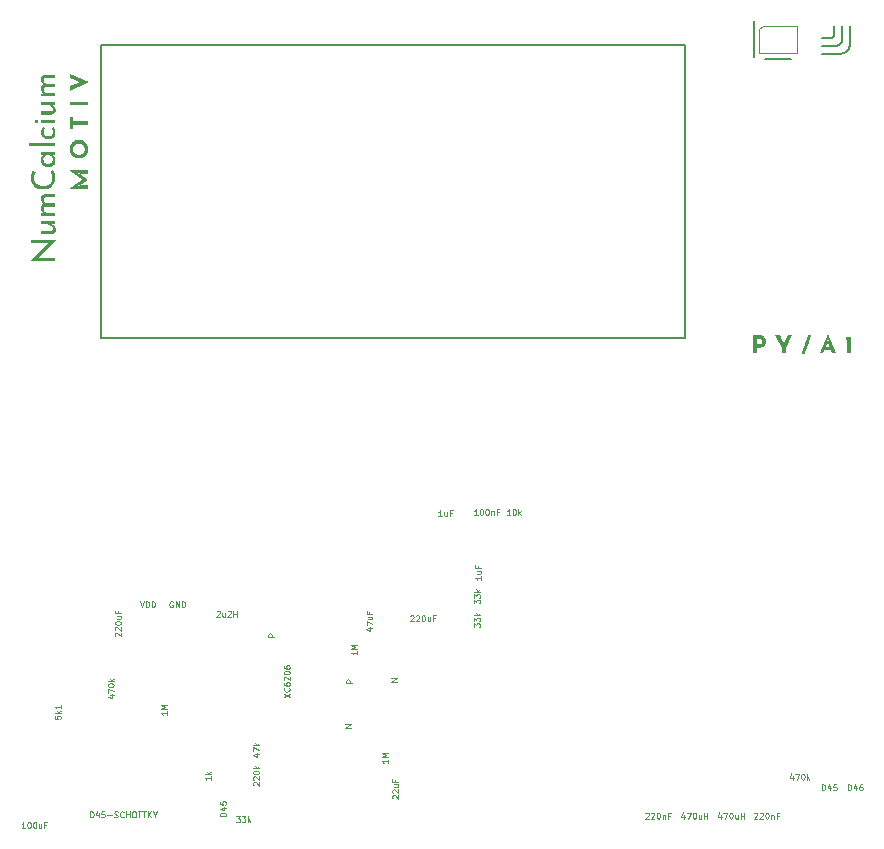
<source format=gbr>
%TF.GenerationSoftware,KiCad,Pcbnew,8.0.8-8.0.8-0~ubuntu22.04.1*%
%TF.CreationDate,2025-02-03T23:54:13+00:00*%
%TF.ProjectId,numcalcium,6e756d63-616c-4636-9975-6d2e6b696361,rev?*%
%TF.SameCoordinates,Original*%
%TF.FileFunction,Legend,Top*%
%TF.FilePolarity,Positive*%
%FSLAX46Y46*%
G04 Gerber Fmt 4.6, Leading zero omitted, Abs format (unit mm)*
G04 Created by KiCad (PCBNEW 8.0.8-8.0.8-0~ubuntu22.04.1) date 2025-02-03 23:54:13*
%MOMM*%
%LPD*%
G01*
G04 APERTURE LIST*
%ADD10C,0.125000*%
%ADD11C,0.211666*%
%ADD12C,0.150000*%
%ADD13C,0.350000*%
%ADD14C,0.375000*%
%ADD15C,0.250000*%
%ADD16C,0.120000*%
G04 APERTURE END LIST*
D10*
X27867190Y-15921142D02*
X28367190Y-15921142D01*
X28367190Y-15921142D02*
X27867190Y-16206856D01*
X27867190Y-16206856D02*
X28367190Y-16206856D01*
X21916809Y-8494952D02*
X21416809Y-8494952D01*
X21416809Y-8494952D02*
X21416809Y-8304476D01*
X21416809Y-8304476D02*
X21440619Y-8256857D01*
X21440619Y-8256857D02*
X21464428Y-8233047D01*
X21464428Y-8233047D02*
X21512047Y-8209238D01*
X21512047Y-8209238D02*
X21583476Y-8209238D01*
X21583476Y-8209238D02*
X21631095Y-8233047D01*
X21631095Y-8233047D02*
X21654904Y-8256857D01*
X21654904Y-8256857D02*
X21678714Y-8304476D01*
X21678714Y-8304476D02*
X21678714Y-8494952D01*
X32316809Y-12306857D02*
X31816809Y-12306857D01*
X31816809Y-12306857D02*
X32316809Y-12021143D01*
X32316809Y-12021143D02*
X31816809Y-12021143D01*
X28516809Y-12394952D02*
X28016809Y-12394952D01*
X28016809Y-12394952D02*
X28016809Y-12204476D01*
X28016809Y-12204476D02*
X28040619Y-12156857D01*
X28040619Y-12156857D02*
X28064428Y-12133047D01*
X28064428Y-12133047D02*
X28112047Y-12109238D01*
X28112047Y-12109238D02*
X28183476Y-12109238D01*
X28183476Y-12109238D02*
X28231095Y-12133047D01*
X28231095Y-12133047D02*
X28254904Y-12156857D01*
X28254904Y-12156857D02*
X28278714Y-12204476D01*
X28278714Y-12204476D02*
X28278714Y-12394952D01*
X22716809Y-13633046D02*
X23216809Y-13299713D01*
X22716809Y-13299713D02*
X23216809Y-13633046D01*
X23169190Y-12823523D02*
X23193000Y-12847332D01*
X23193000Y-12847332D02*
X23216809Y-12918761D01*
X23216809Y-12918761D02*
X23216809Y-12966380D01*
X23216809Y-12966380D02*
X23193000Y-13037808D01*
X23193000Y-13037808D02*
X23145380Y-13085427D01*
X23145380Y-13085427D02*
X23097761Y-13109237D01*
X23097761Y-13109237D02*
X23002523Y-13133046D01*
X23002523Y-13133046D02*
X22931095Y-13133046D01*
X22931095Y-13133046D02*
X22835857Y-13109237D01*
X22835857Y-13109237D02*
X22788238Y-13085427D01*
X22788238Y-13085427D02*
X22740619Y-13037808D01*
X22740619Y-13037808D02*
X22716809Y-12966380D01*
X22716809Y-12966380D02*
X22716809Y-12918761D01*
X22716809Y-12918761D02*
X22740619Y-12847332D01*
X22740619Y-12847332D02*
X22764428Y-12823523D01*
X22716809Y-12394951D02*
X22716809Y-12490189D01*
X22716809Y-12490189D02*
X22740619Y-12537808D01*
X22740619Y-12537808D02*
X22764428Y-12561618D01*
X22764428Y-12561618D02*
X22835857Y-12609237D01*
X22835857Y-12609237D02*
X22931095Y-12633046D01*
X22931095Y-12633046D02*
X23121571Y-12633046D01*
X23121571Y-12633046D02*
X23169190Y-12609237D01*
X23169190Y-12609237D02*
X23193000Y-12585427D01*
X23193000Y-12585427D02*
X23216809Y-12537808D01*
X23216809Y-12537808D02*
X23216809Y-12442570D01*
X23216809Y-12442570D02*
X23193000Y-12394951D01*
X23193000Y-12394951D02*
X23169190Y-12371142D01*
X23169190Y-12371142D02*
X23121571Y-12347332D01*
X23121571Y-12347332D02*
X23002523Y-12347332D01*
X23002523Y-12347332D02*
X22954904Y-12371142D01*
X22954904Y-12371142D02*
X22931095Y-12394951D01*
X22931095Y-12394951D02*
X22907285Y-12442570D01*
X22907285Y-12442570D02*
X22907285Y-12537808D01*
X22907285Y-12537808D02*
X22931095Y-12585427D01*
X22931095Y-12585427D02*
X22954904Y-12609237D01*
X22954904Y-12609237D02*
X23002523Y-12633046D01*
X22764428Y-12156856D02*
X22740619Y-12133047D01*
X22740619Y-12133047D02*
X22716809Y-12085428D01*
X22716809Y-12085428D02*
X22716809Y-11966380D01*
X22716809Y-11966380D02*
X22740619Y-11918761D01*
X22740619Y-11918761D02*
X22764428Y-11894952D01*
X22764428Y-11894952D02*
X22812047Y-11871142D01*
X22812047Y-11871142D02*
X22859666Y-11871142D01*
X22859666Y-11871142D02*
X22931095Y-11894952D01*
X22931095Y-11894952D02*
X23216809Y-12180666D01*
X23216809Y-12180666D02*
X23216809Y-11871142D01*
X22716809Y-11561619D02*
X22716809Y-11514000D01*
X22716809Y-11514000D02*
X22740619Y-11466381D01*
X22740619Y-11466381D02*
X22764428Y-11442571D01*
X22764428Y-11442571D02*
X22812047Y-11418762D01*
X22812047Y-11418762D02*
X22907285Y-11394952D01*
X22907285Y-11394952D02*
X23026333Y-11394952D01*
X23026333Y-11394952D02*
X23121571Y-11418762D01*
X23121571Y-11418762D02*
X23169190Y-11442571D01*
X23169190Y-11442571D02*
X23193000Y-11466381D01*
X23193000Y-11466381D02*
X23216809Y-11514000D01*
X23216809Y-11514000D02*
X23216809Y-11561619D01*
X23216809Y-11561619D02*
X23193000Y-11609238D01*
X23193000Y-11609238D02*
X23169190Y-11633047D01*
X23169190Y-11633047D02*
X23121571Y-11656857D01*
X23121571Y-11656857D02*
X23026333Y-11680666D01*
X23026333Y-11680666D02*
X22907285Y-11680666D01*
X22907285Y-11680666D02*
X22812047Y-11656857D01*
X22812047Y-11656857D02*
X22764428Y-11633047D01*
X22764428Y-11633047D02*
X22740619Y-11609238D01*
X22740619Y-11609238D02*
X22716809Y-11561619D01*
X22716809Y-10966381D02*
X22716809Y-11061619D01*
X22716809Y-11061619D02*
X22740619Y-11109238D01*
X22740619Y-11109238D02*
X22764428Y-11133048D01*
X22764428Y-11133048D02*
X22835857Y-11180667D01*
X22835857Y-11180667D02*
X22931095Y-11204476D01*
X22931095Y-11204476D02*
X23121571Y-11204476D01*
X23121571Y-11204476D02*
X23169190Y-11180667D01*
X23169190Y-11180667D02*
X23193000Y-11156857D01*
X23193000Y-11156857D02*
X23216809Y-11109238D01*
X23216809Y-11109238D02*
X23216809Y-11014000D01*
X23216809Y-11014000D02*
X23193000Y-10966381D01*
X23193000Y-10966381D02*
X23169190Y-10942572D01*
X23169190Y-10942572D02*
X23121571Y-10918762D01*
X23121571Y-10918762D02*
X23002523Y-10918762D01*
X23002523Y-10918762D02*
X22954904Y-10942572D01*
X22954904Y-10942572D02*
X22931095Y-10966381D01*
X22931095Y-10966381D02*
X22907285Y-11014000D01*
X22907285Y-11014000D02*
X22907285Y-11109238D01*
X22907285Y-11109238D02*
X22931095Y-11156857D01*
X22931095Y-11156857D02*
X22954904Y-11180667D01*
X22954904Y-11180667D02*
X23002523Y-11204476D01*
X70484857Y-21488809D02*
X70484857Y-20988809D01*
X70484857Y-20988809D02*
X70603905Y-20988809D01*
X70603905Y-20988809D02*
X70675333Y-21012619D01*
X70675333Y-21012619D02*
X70722952Y-21060238D01*
X70722952Y-21060238D02*
X70746762Y-21107857D01*
X70746762Y-21107857D02*
X70770571Y-21203095D01*
X70770571Y-21203095D02*
X70770571Y-21274523D01*
X70770571Y-21274523D02*
X70746762Y-21369761D01*
X70746762Y-21369761D02*
X70722952Y-21417380D01*
X70722952Y-21417380D02*
X70675333Y-21465000D01*
X70675333Y-21465000D02*
X70603905Y-21488809D01*
X70603905Y-21488809D02*
X70484857Y-21488809D01*
X71199143Y-21155476D02*
X71199143Y-21488809D01*
X71080095Y-20965000D02*
X70961048Y-21322142D01*
X70961048Y-21322142D02*
X71270571Y-21322142D01*
X71675333Y-20988809D02*
X71580095Y-20988809D01*
X71580095Y-20988809D02*
X71532476Y-21012619D01*
X71532476Y-21012619D02*
X71508666Y-21036428D01*
X71508666Y-21036428D02*
X71461047Y-21107857D01*
X71461047Y-21107857D02*
X71437238Y-21203095D01*
X71437238Y-21203095D02*
X71437238Y-21393571D01*
X71437238Y-21393571D02*
X71461047Y-21441190D01*
X71461047Y-21441190D02*
X71484857Y-21465000D01*
X71484857Y-21465000D02*
X71532476Y-21488809D01*
X71532476Y-21488809D02*
X71627714Y-21488809D01*
X71627714Y-21488809D02*
X71675333Y-21465000D01*
X71675333Y-21465000D02*
X71699142Y-21441190D01*
X71699142Y-21441190D02*
X71722952Y-21393571D01*
X71722952Y-21393571D02*
X71722952Y-21274523D01*
X71722952Y-21274523D02*
X71699142Y-21226904D01*
X71699142Y-21226904D02*
X71675333Y-21203095D01*
X71675333Y-21203095D02*
X71627714Y-21179285D01*
X71627714Y-21179285D02*
X71532476Y-21179285D01*
X71532476Y-21179285D02*
X71484857Y-21203095D01*
X71484857Y-21203095D02*
X71461047Y-21226904D01*
X71461047Y-21226904D02*
X71437238Y-21274523D01*
X68284857Y-21488809D02*
X68284857Y-20988809D01*
X68284857Y-20988809D02*
X68403905Y-20988809D01*
X68403905Y-20988809D02*
X68475333Y-21012619D01*
X68475333Y-21012619D02*
X68522952Y-21060238D01*
X68522952Y-21060238D02*
X68546762Y-21107857D01*
X68546762Y-21107857D02*
X68570571Y-21203095D01*
X68570571Y-21203095D02*
X68570571Y-21274523D01*
X68570571Y-21274523D02*
X68546762Y-21369761D01*
X68546762Y-21369761D02*
X68522952Y-21417380D01*
X68522952Y-21417380D02*
X68475333Y-21465000D01*
X68475333Y-21465000D02*
X68403905Y-21488809D01*
X68403905Y-21488809D02*
X68284857Y-21488809D01*
X68999143Y-21155476D02*
X68999143Y-21488809D01*
X68880095Y-20965000D02*
X68761048Y-21322142D01*
X68761048Y-21322142D02*
X69070571Y-21322142D01*
X69499142Y-20988809D02*
X69261047Y-20988809D01*
X69261047Y-20988809D02*
X69237238Y-21226904D01*
X69237238Y-21226904D02*
X69261047Y-21203095D01*
X69261047Y-21203095D02*
X69308666Y-21179285D01*
X69308666Y-21179285D02*
X69427714Y-21179285D01*
X69427714Y-21179285D02*
X69475333Y-21203095D01*
X69475333Y-21203095D02*
X69499142Y-21226904D01*
X69499142Y-21226904D02*
X69522952Y-21274523D01*
X69522952Y-21274523D02*
X69522952Y-21393571D01*
X69522952Y-21393571D02*
X69499142Y-21441190D01*
X69499142Y-21441190D02*
X69475333Y-21465000D01*
X69475333Y-21465000D02*
X69427714Y-21488809D01*
X69427714Y-21488809D02*
X69308666Y-21488809D01*
X69308666Y-21488809D02*
X69261047Y-21465000D01*
X69261047Y-21465000D02*
X69237238Y-21441190D01*
X65808667Y-20255476D02*
X65808667Y-20588809D01*
X65689619Y-20065000D02*
X65570572Y-20422142D01*
X65570572Y-20422142D02*
X65880095Y-20422142D01*
X66022952Y-20088809D02*
X66356285Y-20088809D01*
X66356285Y-20088809D02*
X66142000Y-20588809D01*
X66641999Y-20088809D02*
X66689618Y-20088809D01*
X66689618Y-20088809D02*
X66737237Y-20112619D01*
X66737237Y-20112619D02*
X66761047Y-20136428D01*
X66761047Y-20136428D02*
X66784856Y-20184047D01*
X66784856Y-20184047D02*
X66808666Y-20279285D01*
X66808666Y-20279285D02*
X66808666Y-20398333D01*
X66808666Y-20398333D02*
X66784856Y-20493571D01*
X66784856Y-20493571D02*
X66761047Y-20541190D01*
X66761047Y-20541190D02*
X66737237Y-20565000D01*
X66737237Y-20565000D02*
X66689618Y-20588809D01*
X66689618Y-20588809D02*
X66641999Y-20588809D01*
X66641999Y-20588809D02*
X66594380Y-20565000D01*
X66594380Y-20565000D02*
X66570571Y-20541190D01*
X66570571Y-20541190D02*
X66546761Y-20493571D01*
X66546761Y-20493571D02*
X66522952Y-20398333D01*
X66522952Y-20398333D02*
X66522952Y-20279285D01*
X66522952Y-20279285D02*
X66546761Y-20184047D01*
X66546761Y-20184047D02*
X66570571Y-20136428D01*
X66570571Y-20136428D02*
X66594380Y-20112619D01*
X66594380Y-20112619D02*
X66641999Y-20088809D01*
X67022951Y-20588809D02*
X67022951Y-20088809D01*
X67070570Y-20398333D02*
X67213427Y-20588809D01*
X67213427Y-20255476D02*
X67022951Y-20445952D01*
X59722953Y-23555476D02*
X59722953Y-23888809D01*
X59603905Y-23365000D02*
X59484858Y-23722142D01*
X59484858Y-23722142D02*
X59794381Y-23722142D01*
X59937238Y-23388809D02*
X60270571Y-23388809D01*
X60270571Y-23388809D02*
X60056286Y-23888809D01*
X60556285Y-23388809D02*
X60603904Y-23388809D01*
X60603904Y-23388809D02*
X60651523Y-23412619D01*
X60651523Y-23412619D02*
X60675333Y-23436428D01*
X60675333Y-23436428D02*
X60699142Y-23484047D01*
X60699142Y-23484047D02*
X60722952Y-23579285D01*
X60722952Y-23579285D02*
X60722952Y-23698333D01*
X60722952Y-23698333D02*
X60699142Y-23793571D01*
X60699142Y-23793571D02*
X60675333Y-23841190D01*
X60675333Y-23841190D02*
X60651523Y-23865000D01*
X60651523Y-23865000D02*
X60603904Y-23888809D01*
X60603904Y-23888809D02*
X60556285Y-23888809D01*
X60556285Y-23888809D02*
X60508666Y-23865000D01*
X60508666Y-23865000D02*
X60484857Y-23841190D01*
X60484857Y-23841190D02*
X60461047Y-23793571D01*
X60461047Y-23793571D02*
X60437238Y-23698333D01*
X60437238Y-23698333D02*
X60437238Y-23579285D01*
X60437238Y-23579285D02*
X60461047Y-23484047D01*
X60461047Y-23484047D02*
X60484857Y-23436428D01*
X60484857Y-23436428D02*
X60508666Y-23412619D01*
X60508666Y-23412619D02*
X60556285Y-23388809D01*
X61151523Y-23555476D02*
X61151523Y-23888809D01*
X60937237Y-23555476D02*
X60937237Y-23817380D01*
X60937237Y-23817380D02*
X60961047Y-23865000D01*
X60961047Y-23865000D02*
X61008666Y-23888809D01*
X61008666Y-23888809D02*
X61080094Y-23888809D01*
X61080094Y-23888809D02*
X61127713Y-23865000D01*
X61127713Y-23865000D02*
X61151523Y-23841190D01*
X61389618Y-23888809D02*
X61389618Y-23388809D01*
X61389618Y-23626904D02*
X61675332Y-23626904D01*
X61675332Y-23888809D02*
X61675332Y-23388809D01*
X56622953Y-23555476D02*
X56622953Y-23888809D01*
X56503905Y-23365000D02*
X56384858Y-23722142D01*
X56384858Y-23722142D02*
X56694381Y-23722142D01*
X56837238Y-23388809D02*
X57170571Y-23388809D01*
X57170571Y-23388809D02*
X56956286Y-23888809D01*
X57456285Y-23388809D02*
X57503904Y-23388809D01*
X57503904Y-23388809D02*
X57551523Y-23412619D01*
X57551523Y-23412619D02*
X57575333Y-23436428D01*
X57575333Y-23436428D02*
X57599142Y-23484047D01*
X57599142Y-23484047D02*
X57622952Y-23579285D01*
X57622952Y-23579285D02*
X57622952Y-23698333D01*
X57622952Y-23698333D02*
X57599142Y-23793571D01*
X57599142Y-23793571D02*
X57575333Y-23841190D01*
X57575333Y-23841190D02*
X57551523Y-23865000D01*
X57551523Y-23865000D02*
X57503904Y-23888809D01*
X57503904Y-23888809D02*
X57456285Y-23888809D01*
X57456285Y-23888809D02*
X57408666Y-23865000D01*
X57408666Y-23865000D02*
X57384857Y-23841190D01*
X57384857Y-23841190D02*
X57361047Y-23793571D01*
X57361047Y-23793571D02*
X57337238Y-23698333D01*
X57337238Y-23698333D02*
X57337238Y-23579285D01*
X57337238Y-23579285D02*
X57361047Y-23484047D01*
X57361047Y-23484047D02*
X57384857Y-23436428D01*
X57384857Y-23436428D02*
X57408666Y-23412619D01*
X57408666Y-23412619D02*
X57456285Y-23388809D01*
X58051523Y-23555476D02*
X58051523Y-23888809D01*
X57837237Y-23555476D02*
X57837237Y-23817380D01*
X57837237Y-23817380D02*
X57861047Y-23865000D01*
X57861047Y-23865000D02*
X57908666Y-23888809D01*
X57908666Y-23888809D02*
X57980094Y-23888809D01*
X57980094Y-23888809D02*
X58027713Y-23865000D01*
X58027713Y-23865000D02*
X58051523Y-23841190D01*
X58289618Y-23888809D02*
X58289618Y-23388809D01*
X58289618Y-23626904D02*
X58575332Y-23626904D01*
X58575332Y-23888809D02*
X58575332Y-23388809D01*
X62532477Y-23436428D02*
X62556286Y-23412619D01*
X62556286Y-23412619D02*
X62603905Y-23388809D01*
X62603905Y-23388809D02*
X62722953Y-23388809D01*
X62722953Y-23388809D02*
X62770572Y-23412619D01*
X62770572Y-23412619D02*
X62794381Y-23436428D01*
X62794381Y-23436428D02*
X62818191Y-23484047D01*
X62818191Y-23484047D02*
X62818191Y-23531666D01*
X62818191Y-23531666D02*
X62794381Y-23603095D01*
X62794381Y-23603095D02*
X62508667Y-23888809D01*
X62508667Y-23888809D02*
X62818191Y-23888809D01*
X63008667Y-23436428D02*
X63032476Y-23412619D01*
X63032476Y-23412619D02*
X63080095Y-23388809D01*
X63080095Y-23388809D02*
X63199143Y-23388809D01*
X63199143Y-23388809D02*
X63246762Y-23412619D01*
X63246762Y-23412619D02*
X63270571Y-23436428D01*
X63270571Y-23436428D02*
X63294381Y-23484047D01*
X63294381Y-23484047D02*
X63294381Y-23531666D01*
X63294381Y-23531666D02*
X63270571Y-23603095D01*
X63270571Y-23603095D02*
X62984857Y-23888809D01*
X62984857Y-23888809D02*
X63294381Y-23888809D01*
X63603904Y-23388809D02*
X63651523Y-23388809D01*
X63651523Y-23388809D02*
X63699142Y-23412619D01*
X63699142Y-23412619D02*
X63722952Y-23436428D01*
X63722952Y-23436428D02*
X63746761Y-23484047D01*
X63746761Y-23484047D02*
X63770571Y-23579285D01*
X63770571Y-23579285D02*
X63770571Y-23698333D01*
X63770571Y-23698333D02*
X63746761Y-23793571D01*
X63746761Y-23793571D02*
X63722952Y-23841190D01*
X63722952Y-23841190D02*
X63699142Y-23865000D01*
X63699142Y-23865000D02*
X63651523Y-23888809D01*
X63651523Y-23888809D02*
X63603904Y-23888809D01*
X63603904Y-23888809D02*
X63556285Y-23865000D01*
X63556285Y-23865000D02*
X63532476Y-23841190D01*
X63532476Y-23841190D02*
X63508666Y-23793571D01*
X63508666Y-23793571D02*
X63484857Y-23698333D01*
X63484857Y-23698333D02*
X63484857Y-23579285D01*
X63484857Y-23579285D02*
X63508666Y-23484047D01*
X63508666Y-23484047D02*
X63532476Y-23436428D01*
X63532476Y-23436428D02*
X63556285Y-23412619D01*
X63556285Y-23412619D02*
X63603904Y-23388809D01*
X63984856Y-23555476D02*
X63984856Y-23888809D01*
X63984856Y-23603095D02*
X64008666Y-23579285D01*
X64008666Y-23579285D02*
X64056285Y-23555476D01*
X64056285Y-23555476D02*
X64127713Y-23555476D01*
X64127713Y-23555476D02*
X64175332Y-23579285D01*
X64175332Y-23579285D02*
X64199142Y-23626904D01*
X64199142Y-23626904D02*
X64199142Y-23888809D01*
X64603904Y-23626904D02*
X64437237Y-23626904D01*
X64437237Y-23888809D02*
X64437237Y-23388809D01*
X64437237Y-23388809D02*
X64675332Y-23388809D01*
X53332477Y-23436428D02*
X53356286Y-23412619D01*
X53356286Y-23412619D02*
X53403905Y-23388809D01*
X53403905Y-23388809D02*
X53522953Y-23388809D01*
X53522953Y-23388809D02*
X53570572Y-23412619D01*
X53570572Y-23412619D02*
X53594381Y-23436428D01*
X53594381Y-23436428D02*
X53618191Y-23484047D01*
X53618191Y-23484047D02*
X53618191Y-23531666D01*
X53618191Y-23531666D02*
X53594381Y-23603095D01*
X53594381Y-23603095D02*
X53308667Y-23888809D01*
X53308667Y-23888809D02*
X53618191Y-23888809D01*
X53808667Y-23436428D02*
X53832476Y-23412619D01*
X53832476Y-23412619D02*
X53880095Y-23388809D01*
X53880095Y-23388809D02*
X53999143Y-23388809D01*
X53999143Y-23388809D02*
X54046762Y-23412619D01*
X54046762Y-23412619D02*
X54070571Y-23436428D01*
X54070571Y-23436428D02*
X54094381Y-23484047D01*
X54094381Y-23484047D02*
X54094381Y-23531666D01*
X54094381Y-23531666D02*
X54070571Y-23603095D01*
X54070571Y-23603095D02*
X53784857Y-23888809D01*
X53784857Y-23888809D02*
X54094381Y-23888809D01*
X54403904Y-23388809D02*
X54451523Y-23388809D01*
X54451523Y-23388809D02*
X54499142Y-23412619D01*
X54499142Y-23412619D02*
X54522952Y-23436428D01*
X54522952Y-23436428D02*
X54546761Y-23484047D01*
X54546761Y-23484047D02*
X54570571Y-23579285D01*
X54570571Y-23579285D02*
X54570571Y-23698333D01*
X54570571Y-23698333D02*
X54546761Y-23793571D01*
X54546761Y-23793571D02*
X54522952Y-23841190D01*
X54522952Y-23841190D02*
X54499142Y-23865000D01*
X54499142Y-23865000D02*
X54451523Y-23888809D01*
X54451523Y-23888809D02*
X54403904Y-23888809D01*
X54403904Y-23888809D02*
X54356285Y-23865000D01*
X54356285Y-23865000D02*
X54332476Y-23841190D01*
X54332476Y-23841190D02*
X54308666Y-23793571D01*
X54308666Y-23793571D02*
X54284857Y-23698333D01*
X54284857Y-23698333D02*
X54284857Y-23579285D01*
X54284857Y-23579285D02*
X54308666Y-23484047D01*
X54308666Y-23484047D02*
X54332476Y-23436428D01*
X54332476Y-23436428D02*
X54356285Y-23412619D01*
X54356285Y-23412619D02*
X54403904Y-23388809D01*
X54784856Y-23555476D02*
X54784856Y-23888809D01*
X54784856Y-23603095D02*
X54808666Y-23579285D01*
X54808666Y-23579285D02*
X54856285Y-23555476D01*
X54856285Y-23555476D02*
X54927713Y-23555476D01*
X54927713Y-23555476D02*
X54975332Y-23579285D01*
X54975332Y-23579285D02*
X54999142Y-23626904D01*
X54999142Y-23626904D02*
X54999142Y-23888809D01*
X55403904Y-23626904D02*
X55237237Y-23626904D01*
X55237237Y-23888809D02*
X55237237Y-23388809D01*
X55237237Y-23388809D02*
X55475332Y-23388809D01*
X31964428Y-22185427D02*
X31940619Y-22161618D01*
X31940619Y-22161618D02*
X31916809Y-22113999D01*
X31916809Y-22113999D02*
X31916809Y-21994951D01*
X31916809Y-21994951D02*
X31940619Y-21947332D01*
X31940619Y-21947332D02*
X31964428Y-21923523D01*
X31964428Y-21923523D02*
X32012047Y-21899713D01*
X32012047Y-21899713D02*
X32059666Y-21899713D01*
X32059666Y-21899713D02*
X32131095Y-21923523D01*
X32131095Y-21923523D02*
X32416809Y-22209237D01*
X32416809Y-22209237D02*
X32416809Y-21899713D01*
X31964428Y-21709237D02*
X31940619Y-21685428D01*
X31940619Y-21685428D02*
X31916809Y-21637809D01*
X31916809Y-21637809D02*
X31916809Y-21518761D01*
X31916809Y-21518761D02*
X31940619Y-21471142D01*
X31940619Y-21471142D02*
X31964428Y-21447333D01*
X31964428Y-21447333D02*
X32012047Y-21423523D01*
X32012047Y-21423523D02*
X32059666Y-21423523D01*
X32059666Y-21423523D02*
X32131095Y-21447333D01*
X32131095Y-21447333D02*
X32416809Y-21733047D01*
X32416809Y-21733047D02*
X32416809Y-21423523D01*
X32083476Y-20994952D02*
X32416809Y-20994952D01*
X32083476Y-21209238D02*
X32345380Y-21209238D01*
X32345380Y-21209238D02*
X32393000Y-21185428D01*
X32393000Y-21185428D02*
X32416809Y-21137809D01*
X32416809Y-21137809D02*
X32416809Y-21066381D01*
X32416809Y-21066381D02*
X32393000Y-21018762D01*
X32393000Y-21018762D02*
X32369190Y-20994952D01*
X32154904Y-20590190D02*
X32154904Y-20756857D01*
X32416809Y-20756857D02*
X31916809Y-20756857D01*
X31916809Y-20756857D02*
X31916809Y-20518762D01*
X31516809Y-18906856D02*
X31516809Y-19192570D01*
X31516809Y-19049713D02*
X31016809Y-19049713D01*
X31016809Y-19049713D02*
X31088238Y-19097332D01*
X31088238Y-19097332D02*
X31135857Y-19144951D01*
X31135857Y-19144951D02*
X31159666Y-19192570D01*
X31516809Y-18692571D02*
X31016809Y-18692571D01*
X31016809Y-18692571D02*
X31373952Y-18525904D01*
X31373952Y-18525904D02*
X31016809Y-18359238D01*
X31016809Y-18359238D02*
X31516809Y-18359238D01*
X28916809Y-9706856D02*
X28916809Y-9992570D01*
X28916809Y-9849713D02*
X28416809Y-9849713D01*
X28416809Y-9849713D02*
X28488238Y-9897332D01*
X28488238Y-9897332D02*
X28535857Y-9944951D01*
X28535857Y-9944951D02*
X28559666Y-9992570D01*
X28916809Y-9492571D02*
X28416809Y-9492571D01*
X28416809Y-9492571D02*
X28773952Y-9325904D01*
X28773952Y-9325904D02*
X28416809Y-9159238D01*
X28416809Y-9159238D02*
X28916809Y-9159238D01*
X38816809Y-7671142D02*
X38816809Y-7361618D01*
X38816809Y-7361618D02*
X39007285Y-7528285D01*
X39007285Y-7528285D02*
X39007285Y-7456856D01*
X39007285Y-7456856D02*
X39031095Y-7409237D01*
X39031095Y-7409237D02*
X39054904Y-7385428D01*
X39054904Y-7385428D02*
X39102523Y-7361618D01*
X39102523Y-7361618D02*
X39221571Y-7361618D01*
X39221571Y-7361618D02*
X39269190Y-7385428D01*
X39269190Y-7385428D02*
X39293000Y-7409237D01*
X39293000Y-7409237D02*
X39316809Y-7456856D01*
X39316809Y-7456856D02*
X39316809Y-7599713D01*
X39316809Y-7599713D02*
X39293000Y-7647332D01*
X39293000Y-7647332D02*
X39269190Y-7671142D01*
X38816809Y-7194952D02*
X38816809Y-6885428D01*
X38816809Y-6885428D02*
X39007285Y-7052095D01*
X39007285Y-7052095D02*
X39007285Y-6980666D01*
X39007285Y-6980666D02*
X39031095Y-6933047D01*
X39031095Y-6933047D02*
X39054904Y-6909238D01*
X39054904Y-6909238D02*
X39102523Y-6885428D01*
X39102523Y-6885428D02*
X39221571Y-6885428D01*
X39221571Y-6885428D02*
X39269190Y-6909238D01*
X39269190Y-6909238D02*
X39293000Y-6933047D01*
X39293000Y-6933047D02*
X39316809Y-6980666D01*
X39316809Y-6980666D02*
X39316809Y-7123523D01*
X39316809Y-7123523D02*
X39293000Y-7171142D01*
X39293000Y-7171142D02*
X39269190Y-7194952D01*
X39316809Y-6671143D02*
X38816809Y-6671143D01*
X39126333Y-6623524D02*
X39316809Y-6480667D01*
X38983476Y-6480667D02*
X39173952Y-6671143D01*
X38816809Y-5671142D02*
X38816809Y-5361618D01*
X38816809Y-5361618D02*
X39007285Y-5528285D01*
X39007285Y-5528285D02*
X39007285Y-5456856D01*
X39007285Y-5456856D02*
X39031095Y-5409237D01*
X39031095Y-5409237D02*
X39054904Y-5385428D01*
X39054904Y-5385428D02*
X39102523Y-5361618D01*
X39102523Y-5361618D02*
X39221571Y-5361618D01*
X39221571Y-5361618D02*
X39269190Y-5385428D01*
X39269190Y-5385428D02*
X39293000Y-5409237D01*
X39293000Y-5409237D02*
X39316809Y-5456856D01*
X39316809Y-5456856D02*
X39316809Y-5599713D01*
X39316809Y-5599713D02*
X39293000Y-5647332D01*
X39293000Y-5647332D02*
X39269190Y-5671142D01*
X38816809Y-5194952D02*
X38816809Y-4885428D01*
X38816809Y-4885428D02*
X39007285Y-5052095D01*
X39007285Y-5052095D02*
X39007285Y-4980666D01*
X39007285Y-4980666D02*
X39031095Y-4933047D01*
X39031095Y-4933047D02*
X39054904Y-4909238D01*
X39054904Y-4909238D02*
X39102523Y-4885428D01*
X39102523Y-4885428D02*
X39221571Y-4885428D01*
X39221571Y-4885428D02*
X39269190Y-4909238D01*
X39269190Y-4909238D02*
X39293000Y-4933047D01*
X39293000Y-4933047D02*
X39316809Y-4980666D01*
X39316809Y-4980666D02*
X39316809Y-5123523D01*
X39316809Y-5123523D02*
X39293000Y-5171142D01*
X39293000Y-5171142D02*
X39269190Y-5194952D01*
X39316809Y-4671143D02*
X38816809Y-4671143D01*
X39126333Y-4623524D02*
X39316809Y-4480667D01*
X38983476Y-4480667D02*
X39173952Y-4671143D01*
X39416809Y-3361618D02*
X39416809Y-3647332D01*
X39416809Y-3504475D02*
X38916809Y-3504475D01*
X38916809Y-3504475D02*
X38988238Y-3552094D01*
X38988238Y-3552094D02*
X39035857Y-3599713D01*
X39035857Y-3599713D02*
X39059666Y-3647332D01*
X39083476Y-2933047D02*
X39416809Y-2933047D01*
X39083476Y-3147333D02*
X39345380Y-3147333D01*
X39345380Y-3147333D02*
X39393000Y-3123523D01*
X39393000Y-3123523D02*
X39416809Y-3075904D01*
X39416809Y-3075904D02*
X39416809Y-3004476D01*
X39416809Y-3004476D02*
X39393000Y-2956857D01*
X39393000Y-2956857D02*
X39369190Y-2933047D01*
X39154904Y-2528285D02*
X39154904Y-2694952D01*
X39416809Y-2694952D02*
X38916809Y-2694952D01*
X38916809Y-2694952D02*
X38916809Y-2456857D01*
X41894381Y1811190D02*
X41608667Y1811190D01*
X41751524Y1811190D02*
X41751524Y2311190D01*
X41751524Y2311190D02*
X41703905Y2239761D01*
X41703905Y2239761D02*
X41656286Y2192142D01*
X41656286Y2192142D02*
X41608667Y2168333D01*
X42203904Y2311190D02*
X42251523Y2311190D01*
X42251523Y2311190D02*
X42299142Y2287380D01*
X42299142Y2287380D02*
X42322952Y2263571D01*
X42322952Y2263571D02*
X42346761Y2215952D01*
X42346761Y2215952D02*
X42370571Y2120714D01*
X42370571Y2120714D02*
X42370571Y2001666D01*
X42370571Y2001666D02*
X42346761Y1906428D01*
X42346761Y1906428D02*
X42322952Y1858809D01*
X42322952Y1858809D02*
X42299142Y1835000D01*
X42299142Y1835000D02*
X42251523Y1811190D01*
X42251523Y1811190D02*
X42203904Y1811190D01*
X42203904Y1811190D02*
X42156285Y1835000D01*
X42156285Y1835000D02*
X42132476Y1858809D01*
X42132476Y1858809D02*
X42108666Y1906428D01*
X42108666Y1906428D02*
X42084857Y2001666D01*
X42084857Y2001666D02*
X42084857Y2120714D01*
X42084857Y2120714D02*
X42108666Y2215952D01*
X42108666Y2215952D02*
X42132476Y2263571D01*
X42132476Y2263571D02*
X42156285Y2287380D01*
X42156285Y2287380D02*
X42203904Y2311190D01*
X42584856Y1811190D02*
X42584856Y2311190D01*
X42632475Y2001666D02*
X42775332Y1811190D01*
X42775332Y2144523D02*
X42584856Y1954047D01*
X39118191Y1811190D02*
X38832477Y1811190D01*
X38975334Y1811190D02*
X38975334Y2311190D01*
X38975334Y2311190D02*
X38927715Y2239761D01*
X38927715Y2239761D02*
X38880096Y2192142D01*
X38880096Y2192142D02*
X38832477Y2168333D01*
X39427714Y2311190D02*
X39475333Y2311190D01*
X39475333Y2311190D02*
X39522952Y2287380D01*
X39522952Y2287380D02*
X39546762Y2263571D01*
X39546762Y2263571D02*
X39570571Y2215952D01*
X39570571Y2215952D02*
X39594381Y2120714D01*
X39594381Y2120714D02*
X39594381Y2001666D01*
X39594381Y2001666D02*
X39570571Y1906428D01*
X39570571Y1906428D02*
X39546762Y1858809D01*
X39546762Y1858809D02*
X39522952Y1835000D01*
X39522952Y1835000D02*
X39475333Y1811190D01*
X39475333Y1811190D02*
X39427714Y1811190D01*
X39427714Y1811190D02*
X39380095Y1835000D01*
X39380095Y1835000D02*
X39356286Y1858809D01*
X39356286Y1858809D02*
X39332476Y1906428D01*
X39332476Y1906428D02*
X39308667Y2001666D01*
X39308667Y2001666D02*
X39308667Y2120714D01*
X39308667Y2120714D02*
X39332476Y2215952D01*
X39332476Y2215952D02*
X39356286Y2263571D01*
X39356286Y2263571D02*
X39380095Y2287380D01*
X39380095Y2287380D02*
X39427714Y2311190D01*
X39903904Y2311190D02*
X39951523Y2311190D01*
X39951523Y2311190D02*
X39999142Y2287380D01*
X39999142Y2287380D02*
X40022952Y2263571D01*
X40022952Y2263571D02*
X40046761Y2215952D01*
X40046761Y2215952D02*
X40070571Y2120714D01*
X40070571Y2120714D02*
X40070571Y2001666D01*
X40070571Y2001666D02*
X40046761Y1906428D01*
X40046761Y1906428D02*
X40022952Y1858809D01*
X40022952Y1858809D02*
X39999142Y1835000D01*
X39999142Y1835000D02*
X39951523Y1811190D01*
X39951523Y1811190D02*
X39903904Y1811190D01*
X39903904Y1811190D02*
X39856285Y1835000D01*
X39856285Y1835000D02*
X39832476Y1858809D01*
X39832476Y1858809D02*
X39808666Y1906428D01*
X39808666Y1906428D02*
X39784857Y2001666D01*
X39784857Y2001666D02*
X39784857Y2120714D01*
X39784857Y2120714D02*
X39808666Y2215952D01*
X39808666Y2215952D02*
X39832476Y2263571D01*
X39832476Y2263571D02*
X39856285Y2287380D01*
X39856285Y2287380D02*
X39903904Y2311190D01*
X40284856Y2144523D02*
X40284856Y1811190D01*
X40284856Y2096904D02*
X40308666Y2120714D01*
X40308666Y2120714D02*
X40356285Y2144523D01*
X40356285Y2144523D02*
X40427713Y2144523D01*
X40427713Y2144523D02*
X40475332Y2120714D01*
X40475332Y2120714D02*
X40499142Y2073095D01*
X40499142Y2073095D02*
X40499142Y1811190D01*
X40903904Y2073095D02*
X40737237Y2073095D01*
X40737237Y1811190D02*
X40737237Y2311190D01*
X40737237Y2311190D02*
X40975332Y2311190D01*
X36094381Y1711190D02*
X35808667Y1711190D01*
X35951524Y1711190D02*
X35951524Y2211190D01*
X35951524Y2211190D02*
X35903905Y2139761D01*
X35903905Y2139761D02*
X35856286Y2092142D01*
X35856286Y2092142D02*
X35808667Y2068333D01*
X36522952Y2044523D02*
X36522952Y1711190D01*
X36308666Y2044523D02*
X36308666Y1782619D01*
X36308666Y1782619D02*
X36332476Y1735000D01*
X36332476Y1735000D02*
X36380095Y1711190D01*
X36380095Y1711190D02*
X36451523Y1711190D01*
X36451523Y1711190D02*
X36499142Y1735000D01*
X36499142Y1735000D02*
X36522952Y1758809D01*
X36927714Y1973095D02*
X36761047Y1973095D01*
X36761047Y1711190D02*
X36761047Y2211190D01*
X36761047Y2211190D02*
X36999142Y2211190D01*
X33432477Y-6736428D02*
X33456286Y-6712619D01*
X33456286Y-6712619D02*
X33503905Y-6688809D01*
X33503905Y-6688809D02*
X33622953Y-6688809D01*
X33622953Y-6688809D02*
X33670572Y-6712619D01*
X33670572Y-6712619D02*
X33694381Y-6736428D01*
X33694381Y-6736428D02*
X33718191Y-6784047D01*
X33718191Y-6784047D02*
X33718191Y-6831666D01*
X33718191Y-6831666D02*
X33694381Y-6903095D01*
X33694381Y-6903095D02*
X33408667Y-7188809D01*
X33408667Y-7188809D02*
X33718191Y-7188809D01*
X33908667Y-6736428D02*
X33932476Y-6712619D01*
X33932476Y-6712619D02*
X33980095Y-6688809D01*
X33980095Y-6688809D02*
X34099143Y-6688809D01*
X34099143Y-6688809D02*
X34146762Y-6712619D01*
X34146762Y-6712619D02*
X34170571Y-6736428D01*
X34170571Y-6736428D02*
X34194381Y-6784047D01*
X34194381Y-6784047D02*
X34194381Y-6831666D01*
X34194381Y-6831666D02*
X34170571Y-6903095D01*
X34170571Y-6903095D02*
X33884857Y-7188809D01*
X33884857Y-7188809D02*
X34194381Y-7188809D01*
X34503904Y-6688809D02*
X34551523Y-6688809D01*
X34551523Y-6688809D02*
X34599142Y-6712619D01*
X34599142Y-6712619D02*
X34622952Y-6736428D01*
X34622952Y-6736428D02*
X34646761Y-6784047D01*
X34646761Y-6784047D02*
X34670571Y-6879285D01*
X34670571Y-6879285D02*
X34670571Y-6998333D01*
X34670571Y-6998333D02*
X34646761Y-7093571D01*
X34646761Y-7093571D02*
X34622952Y-7141190D01*
X34622952Y-7141190D02*
X34599142Y-7165000D01*
X34599142Y-7165000D02*
X34551523Y-7188809D01*
X34551523Y-7188809D02*
X34503904Y-7188809D01*
X34503904Y-7188809D02*
X34456285Y-7165000D01*
X34456285Y-7165000D02*
X34432476Y-7141190D01*
X34432476Y-7141190D02*
X34408666Y-7093571D01*
X34408666Y-7093571D02*
X34384857Y-6998333D01*
X34384857Y-6998333D02*
X34384857Y-6879285D01*
X34384857Y-6879285D02*
X34408666Y-6784047D01*
X34408666Y-6784047D02*
X34432476Y-6736428D01*
X34432476Y-6736428D02*
X34456285Y-6712619D01*
X34456285Y-6712619D02*
X34503904Y-6688809D01*
X35099142Y-6855476D02*
X35099142Y-7188809D01*
X34884856Y-6855476D02*
X34884856Y-7117380D01*
X34884856Y-7117380D02*
X34908666Y-7165000D01*
X34908666Y-7165000D02*
X34956285Y-7188809D01*
X34956285Y-7188809D02*
X35027713Y-7188809D01*
X35027713Y-7188809D02*
X35075332Y-7165000D01*
X35075332Y-7165000D02*
X35099142Y-7141190D01*
X35503904Y-6926904D02*
X35337237Y-6926904D01*
X35337237Y-7188809D02*
X35337237Y-6688809D01*
X35337237Y-6688809D02*
X35575332Y-6688809D01*
X29883476Y-7747332D02*
X30216809Y-7747332D01*
X29693000Y-7866380D02*
X30050142Y-7985427D01*
X30050142Y-7985427D02*
X30050142Y-7675904D01*
X29716809Y-7533047D02*
X29716809Y-7199714D01*
X29716809Y-7199714D02*
X30216809Y-7413999D01*
X29883476Y-6794952D02*
X30216809Y-6794952D01*
X29883476Y-7009238D02*
X30145380Y-7009238D01*
X30145380Y-7009238D02*
X30193000Y-6985428D01*
X30193000Y-6985428D02*
X30216809Y-6937809D01*
X30216809Y-6937809D02*
X30216809Y-6866381D01*
X30216809Y-6866381D02*
X30193000Y-6818762D01*
X30193000Y-6818762D02*
X30169190Y-6794952D01*
X29954904Y-6390190D02*
X29954904Y-6556857D01*
X30216809Y-6556857D02*
X29716809Y-6556857D01*
X29716809Y-6556857D02*
X29716809Y-6318762D01*
X17022953Y-6336428D02*
X17046762Y-6312619D01*
X17046762Y-6312619D02*
X17094381Y-6288809D01*
X17094381Y-6288809D02*
X17213429Y-6288809D01*
X17213429Y-6288809D02*
X17261048Y-6312619D01*
X17261048Y-6312619D02*
X17284857Y-6336428D01*
X17284857Y-6336428D02*
X17308667Y-6384047D01*
X17308667Y-6384047D02*
X17308667Y-6431666D01*
X17308667Y-6431666D02*
X17284857Y-6503095D01*
X17284857Y-6503095D02*
X16999143Y-6788809D01*
X16999143Y-6788809D02*
X17308667Y-6788809D01*
X17737238Y-6455476D02*
X17737238Y-6788809D01*
X17522952Y-6455476D02*
X17522952Y-6717380D01*
X17522952Y-6717380D02*
X17546762Y-6765000D01*
X17546762Y-6765000D02*
X17594381Y-6788809D01*
X17594381Y-6788809D02*
X17665809Y-6788809D01*
X17665809Y-6788809D02*
X17713428Y-6765000D01*
X17713428Y-6765000D02*
X17737238Y-6741190D01*
X17951524Y-6336428D02*
X17975333Y-6312619D01*
X17975333Y-6312619D02*
X18022952Y-6288809D01*
X18022952Y-6288809D02*
X18142000Y-6288809D01*
X18142000Y-6288809D02*
X18189619Y-6312619D01*
X18189619Y-6312619D02*
X18213428Y-6336428D01*
X18213428Y-6336428D02*
X18237238Y-6384047D01*
X18237238Y-6384047D02*
X18237238Y-6431666D01*
X18237238Y-6431666D02*
X18213428Y-6503095D01*
X18213428Y-6503095D02*
X17927714Y-6788809D01*
X17927714Y-6788809D02*
X18237238Y-6788809D01*
X18451523Y-6788809D02*
X18451523Y-6288809D01*
X18451523Y-6526904D02*
X18737237Y-6526904D01*
X18737237Y-6788809D02*
X18737237Y-6288809D01*
X13311047Y-5512619D02*
X13263428Y-5488809D01*
X13263428Y-5488809D02*
X13191999Y-5488809D01*
X13191999Y-5488809D02*
X13120571Y-5512619D01*
X13120571Y-5512619D02*
X13072952Y-5560238D01*
X13072952Y-5560238D02*
X13049142Y-5607857D01*
X13049142Y-5607857D02*
X13025333Y-5703095D01*
X13025333Y-5703095D02*
X13025333Y-5774523D01*
X13025333Y-5774523D02*
X13049142Y-5869761D01*
X13049142Y-5869761D02*
X13072952Y-5917380D01*
X13072952Y-5917380D02*
X13120571Y-5965000D01*
X13120571Y-5965000D02*
X13191999Y-5988809D01*
X13191999Y-5988809D02*
X13239618Y-5988809D01*
X13239618Y-5988809D02*
X13311047Y-5965000D01*
X13311047Y-5965000D02*
X13334856Y-5941190D01*
X13334856Y-5941190D02*
X13334856Y-5774523D01*
X13334856Y-5774523D02*
X13239618Y-5774523D01*
X13549142Y-5988809D02*
X13549142Y-5488809D01*
X13549142Y-5488809D02*
X13834856Y-5988809D01*
X13834856Y-5988809D02*
X13834856Y-5488809D01*
X14072952Y-5988809D02*
X14072952Y-5488809D01*
X14072952Y-5488809D02*
X14192000Y-5488809D01*
X14192000Y-5488809D02*
X14263428Y-5512619D01*
X14263428Y-5512619D02*
X14311047Y-5560238D01*
X14311047Y-5560238D02*
X14334857Y-5607857D01*
X14334857Y-5607857D02*
X14358666Y-5703095D01*
X14358666Y-5703095D02*
X14358666Y-5774523D01*
X14358666Y-5774523D02*
X14334857Y-5869761D01*
X14334857Y-5869761D02*
X14311047Y-5917380D01*
X14311047Y-5917380D02*
X14263428Y-5965000D01*
X14263428Y-5965000D02*
X14192000Y-5988809D01*
X14192000Y-5988809D02*
X14072952Y-5988809D01*
X10525334Y-5488809D02*
X10692000Y-5988809D01*
X10692000Y-5988809D02*
X10858667Y-5488809D01*
X11025333Y-5988809D02*
X11025333Y-5488809D01*
X11025333Y-5488809D02*
X11144381Y-5488809D01*
X11144381Y-5488809D02*
X11215809Y-5512619D01*
X11215809Y-5512619D02*
X11263428Y-5560238D01*
X11263428Y-5560238D02*
X11287238Y-5607857D01*
X11287238Y-5607857D02*
X11311047Y-5703095D01*
X11311047Y-5703095D02*
X11311047Y-5774523D01*
X11311047Y-5774523D02*
X11287238Y-5869761D01*
X11287238Y-5869761D02*
X11263428Y-5917380D01*
X11263428Y-5917380D02*
X11215809Y-5965000D01*
X11215809Y-5965000D02*
X11144381Y-5988809D01*
X11144381Y-5988809D02*
X11025333Y-5988809D01*
X11525333Y-5988809D02*
X11525333Y-5488809D01*
X11525333Y-5488809D02*
X11644381Y-5488809D01*
X11644381Y-5488809D02*
X11715809Y-5512619D01*
X11715809Y-5512619D02*
X11763428Y-5560238D01*
X11763428Y-5560238D02*
X11787238Y-5607857D01*
X11787238Y-5607857D02*
X11811047Y-5703095D01*
X11811047Y-5703095D02*
X11811047Y-5774523D01*
X11811047Y-5774523D02*
X11787238Y-5869761D01*
X11787238Y-5869761D02*
X11763428Y-5917380D01*
X11763428Y-5917380D02*
X11715809Y-5965000D01*
X11715809Y-5965000D02*
X11644381Y-5988809D01*
X11644381Y-5988809D02*
X11525333Y-5988809D01*
X8464428Y-8423522D02*
X8440619Y-8399713D01*
X8440619Y-8399713D02*
X8416809Y-8352094D01*
X8416809Y-8352094D02*
X8416809Y-8233046D01*
X8416809Y-8233046D02*
X8440619Y-8185427D01*
X8440619Y-8185427D02*
X8464428Y-8161618D01*
X8464428Y-8161618D02*
X8512047Y-8137808D01*
X8512047Y-8137808D02*
X8559666Y-8137808D01*
X8559666Y-8137808D02*
X8631095Y-8161618D01*
X8631095Y-8161618D02*
X8916809Y-8447332D01*
X8916809Y-8447332D02*
X8916809Y-8137808D01*
X8464428Y-7947332D02*
X8440619Y-7923523D01*
X8440619Y-7923523D02*
X8416809Y-7875904D01*
X8416809Y-7875904D02*
X8416809Y-7756856D01*
X8416809Y-7756856D02*
X8440619Y-7709237D01*
X8440619Y-7709237D02*
X8464428Y-7685428D01*
X8464428Y-7685428D02*
X8512047Y-7661618D01*
X8512047Y-7661618D02*
X8559666Y-7661618D01*
X8559666Y-7661618D02*
X8631095Y-7685428D01*
X8631095Y-7685428D02*
X8916809Y-7971142D01*
X8916809Y-7971142D02*
X8916809Y-7661618D01*
X8416809Y-7352095D02*
X8416809Y-7304476D01*
X8416809Y-7304476D02*
X8440619Y-7256857D01*
X8440619Y-7256857D02*
X8464428Y-7233047D01*
X8464428Y-7233047D02*
X8512047Y-7209238D01*
X8512047Y-7209238D02*
X8607285Y-7185428D01*
X8607285Y-7185428D02*
X8726333Y-7185428D01*
X8726333Y-7185428D02*
X8821571Y-7209238D01*
X8821571Y-7209238D02*
X8869190Y-7233047D01*
X8869190Y-7233047D02*
X8893000Y-7256857D01*
X8893000Y-7256857D02*
X8916809Y-7304476D01*
X8916809Y-7304476D02*
X8916809Y-7352095D01*
X8916809Y-7352095D02*
X8893000Y-7399714D01*
X8893000Y-7399714D02*
X8869190Y-7423523D01*
X8869190Y-7423523D02*
X8821571Y-7447333D01*
X8821571Y-7447333D02*
X8726333Y-7471142D01*
X8726333Y-7471142D02*
X8607285Y-7471142D01*
X8607285Y-7471142D02*
X8512047Y-7447333D01*
X8512047Y-7447333D02*
X8464428Y-7423523D01*
X8464428Y-7423523D02*
X8440619Y-7399714D01*
X8440619Y-7399714D02*
X8416809Y-7352095D01*
X8583476Y-6756857D02*
X8916809Y-6756857D01*
X8583476Y-6971143D02*
X8845380Y-6971143D01*
X8845380Y-6971143D02*
X8893000Y-6947333D01*
X8893000Y-6947333D02*
X8916809Y-6899714D01*
X8916809Y-6899714D02*
X8916809Y-6828286D01*
X8916809Y-6828286D02*
X8893000Y-6780667D01*
X8893000Y-6780667D02*
X8869190Y-6756857D01*
X8654904Y-6352095D02*
X8654904Y-6518762D01*
X8916809Y-6518762D02*
X8416809Y-6518762D01*
X8416809Y-6518762D02*
X8416809Y-6280667D01*
X12816809Y-14806856D02*
X12816809Y-15092570D01*
X12816809Y-14949713D02*
X12316809Y-14949713D01*
X12316809Y-14949713D02*
X12388238Y-14997332D01*
X12388238Y-14997332D02*
X12435857Y-15044951D01*
X12435857Y-15044951D02*
X12459666Y-15092570D01*
X12816809Y-14592571D02*
X12316809Y-14592571D01*
X12316809Y-14592571D02*
X12673952Y-14425904D01*
X12673952Y-14425904D02*
X12316809Y-14259238D01*
X12316809Y-14259238D02*
X12816809Y-14259238D01*
X16516809Y-20323523D02*
X16516809Y-20609237D01*
X16516809Y-20466380D02*
X16016809Y-20466380D01*
X16016809Y-20466380D02*
X16088238Y-20513999D01*
X16088238Y-20513999D02*
X16135857Y-20561618D01*
X16135857Y-20561618D02*
X16159666Y-20609237D01*
X16516809Y-20109238D02*
X16016809Y-20109238D01*
X16326333Y-20061619D02*
X16516809Y-19918762D01*
X16183476Y-19918762D02*
X16373952Y-20109238D01*
X20283476Y-18409237D02*
X20616809Y-18409237D01*
X20093000Y-18528285D02*
X20450142Y-18647332D01*
X20450142Y-18647332D02*
X20450142Y-18337809D01*
X20116809Y-18194952D02*
X20116809Y-17861619D01*
X20116809Y-17861619D02*
X20616809Y-18075904D01*
X20616809Y-17671143D02*
X20116809Y-17671143D01*
X20426333Y-17623524D02*
X20616809Y-17480667D01*
X20283476Y-17480667D02*
X20473952Y-17671143D01*
X20164428Y-21085427D02*
X20140619Y-21061618D01*
X20140619Y-21061618D02*
X20116809Y-21013999D01*
X20116809Y-21013999D02*
X20116809Y-20894951D01*
X20116809Y-20894951D02*
X20140619Y-20847332D01*
X20140619Y-20847332D02*
X20164428Y-20823523D01*
X20164428Y-20823523D02*
X20212047Y-20799713D01*
X20212047Y-20799713D02*
X20259666Y-20799713D01*
X20259666Y-20799713D02*
X20331095Y-20823523D01*
X20331095Y-20823523D02*
X20616809Y-21109237D01*
X20616809Y-21109237D02*
X20616809Y-20799713D01*
X20164428Y-20609237D02*
X20140619Y-20585428D01*
X20140619Y-20585428D02*
X20116809Y-20537809D01*
X20116809Y-20537809D02*
X20116809Y-20418761D01*
X20116809Y-20418761D02*
X20140619Y-20371142D01*
X20140619Y-20371142D02*
X20164428Y-20347333D01*
X20164428Y-20347333D02*
X20212047Y-20323523D01*
X20212047Y-20323523D02*
X20259666Y-20323523D01*
X20259666Y-20323523D02*
X20331095Y-20347333D01*
X20331095Y-20347333D02*
X20616809Y-20633047D01*
X20616809Y-20633047D02*
X20616809Y-20323523D01*
X20116809Y-20014000D02*
X20116809Y-19966381D01*
X20116809Y-19966381D02*
X20140619Y-19918762D01*
X20140619Y-19918762D02*
X20164428Y-19894952D01*
X20164428Y-19894952D02*
X20212047Y-19871143D01*
X20212047Y-19871143D02*
X20307285Y-19847333D01*
X20307285Y-19847333D02*
X20426333Y-19847333D01*
X20426333Y-19847333D02*
X20521571Y-19871143D01*
X20521571Y-19871143D02*
X20569190Y-19894952D01*
X20569190Y-19894952D02*
X20593000Y-19918762D01*
X20593000Y-19918762D02*
X20616809Y-19966381D01*
X20616809Y-19966381D02*
X20616809Y-20014000D01*
X20616809Y-20014000D02*
X20593000Y-20061619D01*
X20593000Y-20061619D02*
X20569190Y-20085428D01*
X20569190Y-20085428D02*
X20521571Y-20109238D01*
X20521571Y-20109238D02*
X20426333Y-20133047D01*
X20426333Y-20133047D02*
X20307285Y-20133047D01*
X20307285Y-20133047D02*
X20212047Y-20109238D01*
X20212047Y-20109238D02*
X20164428Y-20085428D01*
X20164428Y-20085428D02*
X20140619Y-20061619D01*
X20140619Y-20061619D02*
X20116809Y-20014000D01*
X20616809Y-19633048D02*
X20116809Y-19633048D01*
X20426333Y-19585429D02*
X20616809Y-19442572D01*
X20283476Y-19442572D02*
X20473952Y-19633048D01*
X18684857Y-23688809D02*
X18994381Y-23688809D01*
X18994381Y-23688809D02*
X18827714Y-23879285D01*
X18827714Y-23879285D02*
X18899143Y-23879285D01*
X18899143Y-23879285D02*
X18946762Y-23903095D01*
X18946762Y-23903095D02*
X18970571Y-23926904D01*
X18970571Y-23926904D02*
X18994381Y-23974523D01*
X18994381Y-23974523D02*
X18994381Y-24093571D01*
X18994381Y-24093571D02*
X18970571Y-24141190D01*
X18970571Y-24141190D02*
X18946762Y-24165000D01*
X18946762Y-24165000D02*
X18899143Y-24188809D01*
X18899143Y-24188809D02*
X18756286Y-24188809D01*
X18756286Y-24188809D02*
X18708667Y-24165000D01*
X18708667Y-24165000D02*
X18684857Y-24141190D01*
X19161047Y-23688809D02*
X19470571Y-23688809D01*
X19470571Y-23688809D02*
X19303904Y-23879285D01*
X19303904Y-23879285D02*
X19375333Y-23879285D01*
X19375333Y-23879285D02*
X19422952Y-23903095D01*
X19422952Y-23903095D02*
X19446761Y-23926904D01*
X19446761Y-23926904D02*
X19470571Y-23974523D01*
X19470571Y-23974523D02*
X19470571Y-24093571D01*
X19470571Y-24093571D02*
X19446761Y-24141190D01*
X19446761Y-24141190D02*
X19422952Y-24165000D01*
X19422952Y-24165000D02*
X19375333Y-24188809D01*
X19375333Y-24188809D02*
X19232476Y-24188809D01*
X19232476Y-24188809D02*
X19184857Y-24165000D01*
X19184857Y-24165000D02*
X19161047Y-24141190D01*
X19684856Y-24188809D02*
X19684856Y-23688809D01*
X19732475Y-23998333D02*
X19875332Y-24188809D01*
X19875332Y-23855476D02*
X19684856Y-24045952D01*
X17816809Y-23671142D02*
X17316809Y-23671142D01*
X17316809Y-23671142D02*
X17316809Y-23552094D01*
X17316809Y-23552094D02*
X17340619Y-23480666D01*
X17340619Y-23480666D02*
X17388238Y-23433047D01*
X17388238Y-23433047D02*
X17435857Y-23409237D01*
X17435857Y-23409237D02*
X17531095Y-23385428D01*
X17531095Y-23385428D02*
X17602523Y-23385428D01*
X17602523Y-23385428D02*
X17697761Y-23409237D01*
X17697761Y-23409237D02*
X17745380Y-23433047D01*
X17745380Y-23433047D02*
X17793000Y-23480666D01*
X17793000Y-23480666D02*
X17816809Y-23552094D01*
X17816809Y-23552094D02*
X17816809Y-23671142D01*
X17483476Y-22956856D02*
X17816809Y-22956856D01*
X17293000Y-23075904D02*
X17650142Y-23194951D01*
X17650142Y-23194951D02*
X17650142Y-22885428D01*
X17316809Y-22456857D02*
X17316809Y-22694952D01*
X17316809Y-22694952D02*
X17554904Y-22718761D01*
X17554904Y-22718761D02*
X17531095Y-22694952D01*
X17531095Y-22694952D02*
X17507285Y-22647333D01*
X17507285Y-22647333D02*
X17507285Y-22528285D01*
X17507285Y-22528285D02*
X17531095Y-22480666D01*
X17531095Y-22480666D02*
X17554904Y-22456857D01*
X17554904Y-22456857D02*
X17602523Y-22433047D01*
X17602523Y-22433047D02*
X17721571Y-22433047D01*
X17721571Y-22433047D02*
X17769190Y-22456857D01*
X17769190Y-22456857D02*
X17793000Y-22480666D01*
X17793000Y-22480666D02*
X17816809Y-22528285D01*
X17816809Y-22528285D02*
X17816809Y-22647333D01*
X17816809Y-22647333D02*
X17793000Y-22694952D01*
X17793000Y-22694952D02*
X17769190Y-22718761D01*
X6318191Y-23786323D02*
X6318191Y-23286323D01*
X6318191Y-23286323D02*
X6437239Y-23286323D01*
X6437239Y-23286323D02*
X6508667Y-23310133D01*
X6508667Y-23310133D02*
X6556286Y-23357752D01*
X6556286Y-23357752D02*
X6580096Y-23405371D01*
X6580096Y-23405371D02*
X6603905Y-23500609D01*
X6603905Y-23500609D02*
X6603905Y-23572037D01*
X6603905Y-23572037D02*
X6580096Y-23667275D01*
X6580096Y-23667275D02*
X6556286Y-23714894D01*
X6556286Y-23714894D02*
X6508667Y-23762514D01*
X6508667Y-23762514D02*
X6437239Y-23786323D01*
X6437239Y-23786323D02*
X6318191Y-23786323D01*
X7032477Y-23452990D02*
X7032477Y-23786323D01*
X6913429Y-23262514D02*
X6794382Y-23619656D01*
X6794382Y-23619656D02*
X7103905Y-23619656D01*
X7532476Y-23286323D02*
X7294381Y-23286323D01*
X7294381Y-23286323D02*
X7270572Y-23524418D01*
X7270572Y-23524418D02*
X7294381Y-23500609D01*
X7294381Y-23500609D02*
X7342000Y-23476799D01*
X7342000Y-23476799D02*
X7461048Y-23476799D01*
X7461048Y-23476799D02*
X7508667Y-23500609D01*
X7508667Y-23500609D02*
X7532476Y-23524418D01*
X7532476Y-23524418D02*
X7556286Y-23572037D01*
X7556286Y-23572037D02*
X7556286Y-23691085D01*
X7556286Y-23691085D02*
X7532476Y-23738704D01*
X7532476Y-23738704D02*
X7508667Y-23762514D01*
X7508667Y-23762514D02*
X7461048Y-23786323D01*
X7461048Y-23786323D02*
X7342000Y-23786323D01*
X7342000Y-23786323D02*
X7294381Y-23762514D01*
X7294381Y-23762514D02*
X7270572Y-23738704D01*
X7770571Y-23595847D02*
X8151524Y-23595847D01*
X8365810Y-23762514D02*
X8437238Y-23786323D01*
X8437238Y-23786323D02*
X8556286Y-23786323D01*
X8556286Y-23786323D02*
X8603905Y-23762514D01*
X8603905Y-23762514D02*
X8627714Y-23738704D01*
X8627714Y-23738704D02*
X8651524Y-23691085D01*
X8651524Y-23691085D02*
X8651524Y-23643466D01*
X8651524Y-23643466D02*
X8627714Y-23595847D01*
X8627714Y-23595847D02*
X8603905Y-23572037D01*
X8603905Y-23572037D02*
X8556286Y-23548228D01*
X8556286Y-23548228D02*
X8461048Y-23524418D01*
X8461048Y-23524418D02*
X8413429Y-23500609D01*
X8413429Y-23500609D02*
X8389619Y-23476799D01*
X8389619Y-23476799D02*
X8365810Y-23429180D01*
X8365810Y-23429180D02*
X8365810Y-23381561D01*
X8365810Y-23381561D02*
X8389619Y-23333942D01*
X8389619Y-23333942D02*
X8413429Y-23310133D01*
X8413429Y-23310133D02*
X8461048Y-23286323D01*
X8461048Y-23286323D02*
X8580095Y-23286323D01*
X8580095Y-23286323D02*
X8651524Y-23310133D01*
X9151523Y-23738704D02*
X9127714Y-23762514D01*
X9127714Y-23762514D02*
X9056285Y-23786323D01*
X9056285Y-23786323D02*
X9008666Y-23786323D01*
X9008666Y-23786323D02*
X8937238Y-23762514D01*
X8937238Y-23762514D02*
X8889619Y-23714894D01*
X8889619Y-23714894D02*
X8865809Y-23667275D01*
X8865809Y-23667275D02*
X8842000Y-23572037D01*
X8842000Y-23572037D02*
X8842000Y-23500609D01*
X8842000Y-23500609D02*
X8865809Y-23405371D01*
X8865809Y-23405371D02*
X8889619Y-23357752D01*
X8889619Y-23357752D02*
X8937238Y-23310133D01*
X8937238Y-23310133D02*
X9008666Y-23286323D01*
X9008666Y-23286323D02*
X9056285Y-23286323D01*
X9056285Y-23286323D02*
X9127714Y-23310133D01*
X9127714Y-23310133D02*
X9151523Y-23333942D01*
X9365809Y-23786323D02*
X9365809Y-23286323D01*
X9365809Y-23524418D02*
X9651523Y-23524418D01*
X9651523Y-23786323D02*
X9651523Y-23286323D01*
X9984857Y-23286323D02*
X10080095Y-23286323D01*
X10080095Y-23286323D02*
X10127714Y-23310133D01*
X10127714Y-23310133D02*
X10175333Y-23357752D01*
X10175333Y-23357752D02*
X10199143Y-23452990D01*
X10199143Y-23452990D02*
X10199143Y-23619656D01*
X10199143Y-23619656D02*
X10175333Y-23714894D01*
X10175333Y-23714894D02*
X10127714Y-23762514D01*
X10127714Y-23762514D02*
X10080095Y-23786323D01*
X10080095Y-23786323D02*
X9984857Y-23786323D01*
X9984857Y-23786323D02*
X9937238Y-23762514D01*
X9937238Y-23762514D02*
X9889619Y-23714894D01*
X9889619Y-23714894D02*
X9865810Y-23619656D01*
X9865810Y-23619656D02*
X9865810Y-23452990D01*
X9865810Y-23452990D02*
X9889619Y-23357752D01*
X9889619Y-23357752D02*
X9937238Y-23310133D01*
X9937238Y-23310133D02*
X9984857Y-23286323D01*
X10342001Y-23286323D02*
X10627715Y-23286323D01*
X10484858Y-23786323D02*
X10484858Y-23286323D01*
X10722953Y-23286323D02*
X11008667Y-23286323D01*
X10865810Y-23786323D02*
X10865810Y-23286323D01*
X11175333Y-23786323D02*
X11175333Y-23286323D01*
X11461047Y-23786323D02*
X11246762Y-23500609D01*
X11461047Y-23286323D02*
X11175333Y-23572037D01*
X11770571Y-23548228D02*
X11770571Y-23786323D01*
X11603905Y-23286323D02*
X11770571Y-23548228D01*
X11770571Y-23548228D02*
X11937238Y-23286323D01*
X818191Y-24688809D02*
X532477Y-24688809D01*
X675334Y-24688809D02*
X675334Y-24188809D01*
X675334Y-24188809D02*
X627715Y-24260238D01*
X627715Y-24260238D02*
X580096Y-24307857D01*
X580096Y-24307857D02*
X532477Y-24331666D01*
X1127714Y-24188809D02*
X1175333Y-24188809D01*
X1175333Y-24188809D02*
X1222952Y-24212619D01*
X1222952Y-24212619D02*
X1246762Y-24236428D01*
X1246762Y-24236428D02*
X1270571Y-24284047D01*
X1270571Y-24284047D02*
X1294381Y-24379285D01*
X1294381Y-24379285D02*
X1294381Y-24498333D01*
X1294381Y-24498333D02*
X1270571Y-24593571D01*
X1270571Y-24593571D02*
X1246762Y-24641190D01*
X1246762Y-24641190D02*
X1222952Y-24665000D01*
X1222952Y-24665000D02*
X1175333Y-24688809D01*
X1175333Y-24688809D02*
X1127714Y-24688809D01*
X1127714Y-24688809D02*
X1080095Y-24665000D01*
X1080095Y-24665000D02*
X1056286Y-24641190D01*
X1056286Y-24641190D02*
X1032476Y-24593571D01*
X1032476Y-24593571D02*
X1008667Y-24498333D01*
X1008667Y-24498333D02*
X1008667Y-24379285D01*
X1008667Y-24379285D02*
X1032476Y-24284047D01*
X1032476Y-24284047D02*
X1056286Y-24236428D01*
X1056286Y-24236428D02*
X1080095Y-24212619D01*
X1080095Y-24212619D02*
X1127714Y-24188809D01*
X1603904Y-24188809D02*
X1651523Y-24188809D01*
X1651523Y-24188809D02*
X1699142Y-24212619D01*
X1699142Y-24212619D02*
X1722952Y-24236428D01*
X1722952Y-24236428D02*
X1746761Y-24284047D01*
X1746761Y-24284047D02*
X1770571Y-24379285D01*
X1770571Y-24379285D02*
X1770571Y-24498333D01*
X1770571Y-24498333D02*
X1746761Y-24593571D01*
X1746761Y-24593571D02*
X1722952Y-24641190D01*
X1722952Y-24641190D02*
X1699142Y-24665000D01*
X1699142Y-24665000D02*
X1651523Y-24688809D01*
X1651523Y-24688809D02*
X1603904Y-24688809D01*
X1603904Y-24688809D02*
X1556285Y-24665000D01*
X1556285Y-24665000D02*
X1532476Y-24641190D01*
X1532476Y-24641190D02*
X1508666Y-24593571D01*
X1508666Y-24593571D02*
X1484857Y-24498333D01*
X1484857Y-24498333D02*
X1484857Y-24379285D01*
X1484857Y-24379285D02*
X1508666Y-24284047D01*
X1508666Y-24284047D02*
X1532476Y-24236428D01*
X1532476Y-24236428D02*
X1556285Y-24212619D01*
X1556285Y-24212619D02*
X1603904Y-24188809D01*
X2199142Y-24355476D02*
X2199142Y-24688809D01*
X1984856Y-24355476D02*
X1984856Y-24617380D01*
X1984856Y-24617380D02*
X2008666Y-24665000D01*
X2008666Y-24665000D02*
X2056285Y-24688809D01*
X2056285Y-24688809D02*
X2127713Y-24688809D01*
X2127713Y-24688809D02*
X2175332Y-24665000D01*
X2175332Y-24665000D02*
X2199142Y-24641190D01*
X2603904Y-24426904D02*
X2437237Y-24426904D01*
X2437237Y-24688809D02*
X2437237Y-24188809D01*
X2437237Y-24188809D02*
X2675332Y-24188809D01*
X7983476Y-13447332D02*
X8316809Y-13447332D01*
X7793000Y-13566380D02*
X8150142Y-13685427D01*
X8150142Y-13685427D02*
X8150142Y-13375904D01*
X7816809Y-13233047D02*
X7816809Y-12899714D01*
X7816809Y-12899714D02*
X8316809Y-13113999D01*
X7816809Y-12614000D02*
X7816809Y-12566381D01*
X7816809Y-12566381D02*
X7840619Y-12518762D01*
X7840619Y-12518762D02*
X7864428Y-12494952D01*
X7864428Y-12494952D02*
X7912047Y-12471143D01*
X7912047Y-12471143D02*
X8007285Y-12447333D01*
X8007285Y-12447333D02*
X8126333Y-12447333D01*
X8126333Y-12447333D02*
X8221571Y-12471143D01*
X8221571Y-12471143D02*
X8269190Y-12494952D01*
X8269190Y-12494952D02*
X8293000Y-12518762D01*
X8293000Y-12518762D02*
X8316809Y-12566381D01*
X8316809Y-12566381D02*
X8316809Y-12614000D01*
X8316809Y-12614000D02*
X8293000Y-12661619D01*
X8293000Y-12661619D02*
X8269190Y-12685428D01*
X8269190Y-12685428D02*
X8221571Y-12709238D01*
X8221571Y-12709238D02*
X8126333Y-12733047D01*
X8126333Y-12733047D02*
X8007285Y-12733047D01*
X8007285Y-12733047D02*
X7912047Y-12709238D01*
X7912047Y-12709238D02*
X7864428Y-12685428D01*
X7864428Y-12685428D02*
X7840619Y-12661619D01*
X7840619Y-12661619D02*
X7816809Y-12614000D01*
X8316809Y-12233048D02*
X7816809Y-12233048D01*
X8126333Y-12185429D02*
X8316809Y-12042572D01*
X7983476Y-12042572D02*
X8173952Y-12233048D01*
X3316809Y-15185428D02*
X3316809Y-15423523D01*
X3316809Y-15423523D02*
X3554904Y-15447332D01*
X3554904Y-15447332D02*
X3531095Y-15423523D01*
X3531095Y-15423523D02*
X3507285Y-15375904D01*
X3507285Y-15375904D02*
X3507285Y-15256856D01*
X3507285Y-15256856D02*
X3531095Y-15209237D01*
X3531095Y-15209237D02*
X3554904Y-15185428D01*
X3554904Y-15185428D02*
X3602523Y-15161618D01*
X3602523Y-15161618D02*
X3721571Y-15161618D01*
X3721571Y-15161618D02*
X3769190Y-15185428D01*
X3769190Y-15185428D02*
X3793000Y-15209237D01*
X3793000Y-15209237D02*
X3816809Y-15256856D01*
X3816809Y-15256856D02*
X3816809Y-15375904D01*
X3816809Y-15375904D02*
X3793000Y-15423523D01*
X3793000Y-15423523D02*
X3769190Y-15447332D01*
X3816809Y-14947333D02*
X3316809Y-14947333D01*
X3626333Y-14899714D02*
X3816809Y-14756857D01*
X3483476Y-14756857D02*
X3673952Y-14947333D01*
X3816809Y-14280666D02*
X3816809Y-14566380D01*
X3816809Y-14423523D02*
X3316809Y-14423523D01*
X3316809Y-14423523D02*
X3388238Y-14471142D01*
X3388238Y-14471142D02*
X3435857Y-14518761D01*
X3435857Y-14518761D02*
X3459666Y-14566380D01*
D11*
X68280573Y41535329D02*
X69355443Y41535329D01*
X69248279Y42341214D02*
X69260061Y42356207D01*
X70457912Y41198829D02*
X70484422Y41232563D01*
X69949683Y41929220D02*
X69961230Y41958507D01*
X69832824Y41746622D02*
X69853095Y41770023D01*
X69662849Y41613169D02*
X69689856Y41628698D01*
X69291005Y42404489D02*
X69299770Y42421602D01*
X69330843Y42513679D02*
X69334333Y42533223D01*
X69321063Y42475645D02*
X69326411Y42494478D01*
X69326411Y42494478D02*
X69330843Y42513679D01*
X69235805Y42326814D02*
X69248279Y42341214D01*
X70509318Y41267573D02*
X70532545Y41303803D01*
X69789072Y41702870D02*
X69811470Y41724224D01*
X69606474Y41586011D02*
X69635041Y41598926D01*
X69485416Y41548432D02*
X69516618Y41555634D01*
X69999525Y42147064D02*
X70000365Y42180251D01*
X69716023Y41645473D02*
X69741308Y41663454D01*
X69314824Y42457205D02*
X69321063Y42475645D01*
X69355443Y41535329D02*
X69388630Y41536169D01*
X70116438Y40944045D02*
X70155993Y40961928D01*
X69096512Y42227976D02*
X69114092Y42235924D01*
X68942031Y42196788D02*
X68962454Y42197304D01*
X70194496Y40981648D02*
X70231891Y41003149D01*
X69547221Y41564324D02*
X69577187Y41574464D01*
X69992021Y40901984D02*
X70034396Y40914017D01*
X70661823Y41766840D02*
X70661823Y43255121D01*
D12*
X62538667Y43616596D02*
X62538667Y40822596D01*
D11*
X69271126Y42371767D02*
X69281449Y42387869D01*
X69299770Y42421602D02*
X69307718Y42439182D01*
X69853095Y41770023D02*
X69872240Y41794386D01*
X70075887Y40928056D02*
X70116438Y40944045D01*
X69936768Y41900653D02*
X69949683Y41929220D01*
X70621677Y41501298D02*
X70633710Y41543673D01*
X69906996Y41845838D02*
X69922525Y41872845D01*
X70155993Y40961928D02*
X70194496Y40981648D01*
X70643681Y41586876D02*
X70651534Y41630850D01*
X68982609Y42198837D02*
X69002471Y42201361D01*
X70429846Y41166428D02*
X70457912Y41198829D01*
X69689856Y41628698D02*
X69716023Y41645473D01*
X70554046Y41341198D02*
X70573766Y41379701D01*
X70000365Y42180251D02*
X70000365Y43255121D01*
X69987262Y42050278D02*
X69992934Y42082037D01*
X69060049Y42214631D02*
X69078489Y42220870D01*
X70607638Y41459807D02*
X70621677Y41501298D01*
D12*
X62538667Y40822596D02*
X62538667Y40568596D01*
D11*
X69768854Y40873871D02*
X69814806Y40875033D01*
X70268121Y41026376D02*
X70303131Y41051272D01*
X69041216Y42209283D02*
X69060049Y42214631D01*
X69814806Y40875033D02*
X69860155Y40878481D01*
X69078489Y42220870D02*
X69096512Y42227976D01*
X69860155Y40878481D02*
X69904844Y40884160D01*
X69997035Y42114312D02*
X69999525Y42147064D01*
X68280573Y42196788D02*
X68942031Y42196788D01*
X70657213Y41675539D02*
X70660661Y41720888D01*
X70400278Y41135416D02*
X70429846Y41166428D01*
X70573766Y41379701D02*
X70591649Y41419256D01*
X69516618Y41555634D02*
X69547221Y41564324D01*
X69971370Y41988473D02*
X69980060Y42019076D01*
X69388630Y41536169D02*
X69421382Y41538659D01*
X70532545Y41303803D02*
X70554046Y41341198D01*
X70591649Y41419256D02*
X70607638Y41459807D01*
D12*
X63455467Y40430596D02*
X65655467Y40430596D01*
D11*
X69453657Y41542760D02*
X69485416Y41548432D01*
X69114092Y42235924D02*
X69131205Y42244689D01*
X70231891Y41003149D02*
X70268121Y41026376D01*
X69163927Y42264568D02*
X69179487Y42275633D01*
X69147825Y42254245D02*
X69163927Y42264568D01*
X69765671Y41682599D02*
X69789072Y41702870D01*
X69811470Y41724224D02*
X69832824Y41746622D01*
X69577187Y41574464D02*
X69606474Y41586011D01*
X70336865Y41077782D02*
X70369266Y41105848D01*
X69890221Y41819671D02*
X69906996Y41845838D01*
X69872240Y41794386D02*
X69890221Y41819671D01*
X68280573Y40873871D02*
X69768854Y40873871D01*
X69338906Y42593663D02*
X69338906Y43255121D01*
X69635041Y41598926D02*
X69662849Y41613169D01*
X69421382Y41538659D02*
X69453657Y41542760D01*
X70660661Y41720888D02*
X70661823Y41766840D01*
X70651534Y41630850D02*
X70657213Y41675539D01*
X68962454Y42197304D02*
X68982609Y42198837D01*
X70633710Y41543673D02*
X70643681Y41586876D01*
X69281449Y42387869D02*
X69291005Y42404489D01*
X69179487Y42275633D02*
X69194480Y42287415D01*
X70303131Y41051272D02*
X70336865Y41077782D01*
X69980060Y42019076D02*
X69987262Y42050278D01*
X69002471Y42201361D02*
X69022015Y42204851D01*
X69338390Y42573240D02*
X69338906Y42593663D01*
X69222664Y42313030D02*
X69235805Y42326814D01*
X69992934Y42082037D02*
X69997035Y42114312D01*
X69741308Y41663454D02*
X69765671Y41682599D01*
X69922525Y41872845D02*
X69936768Y41900653D01*
X69336857Y42553085D02*
X69338390Y42573240D01*
X70369266Y41105848D02*
X70400278Y41135416D01*
X70034396Y40914017D02*
X70075887Y40928056D01*
X69208880Y42299889D02*
X69222664Y42313030D01*
D12*
X7227757Y41582599D02*
X56692000Y41582599D01*
X56692000Y16782599D01*
X7227757Y16782599D01*
X7227757Y41582599D01*
D11*
X69948818Y40892013D02*
X69992021Y40901984D01*
X69338906Y43255121D02*
X69336857Y42553085D01*
X69961230Y41958507D02*
X69971370Y41988473D01*
X69260061Y42356207D02*
X69271126Y42371767D01*
X69307718Y42439182D02*
X69314824Y42457205D01*
X69904844Y40884160D02*
X69948818Y40892013D01*
X69131205Y42244689D02*
X69147825Y42254245D01*
X69194480Y42287415D02*
X69208880Y42299889D01*
X69022015Y42204851D02*
X69041216Y42209283D01*
X69334333Y42533223D02*
X69336857Y42553085D01*
X70484422Y41232563D02*
X70509318Y41267573D01*
D13*
G36*
X63030142Y17046621D02*
G01*
X63105235Y17037418D01*
X63184186Y17019386D01*
X63255811Y16993339D01*
X63272572Y16985576D01*
X63342159Y16945367D01*
X63401720Y16896871D01*
X63451253Y16840086D01*
X63474439Y16804958D01*
X63507910Y16736005D01*
X63530428Y16660213D01*
X63541247Y16587100D01*
X63543681Y16528719D01*
X63538965Y16451739D01*
X63524817Y16374396D01*
X63515105Y16338576D01*
X63489208Y16269608D01*
X63450455Y16200474D01*
X63424979Y16165652D01*
X63372618Y16111677D01*
X63308407Y16066253D01*
X63259016Y16040722D01*
X63189565Y16015799D01*
X63110811Y16000107D01*
X63031979Y15993877D01*
X63004027Y15993461D01*
X62785674Y15993461D01*
X62785674Y15503999D01*
X62481225Y15503999D01*
X62481225Y16289483D01*
X62785674Y16289483D01*
X63001829Y16289483D01*
X63075918Y16298008D01*
X63117233Y16313664D01*
X63177286Y16359048D01*
X63189774Y16374480D01*
X63224435Y16441118D01*
X63227509Y16451050D01*
X63239233Y16520293D01*
X63231905Y16582209D01*
X63205686Y16653499D01*
X63201497Y16660977D01*
X63150675Y16715547D01*
X63131155Y16728022D01*
X63059342Y16751635D01*
X63004027Y16755499D01*
X62785674Y16755499D01*
X62785674Y16289483D01*
X62481225Y16289483D01*
X62481225Y17049689D01*
X62949439Y17049689D01*
X63030142Y17046621D01*
G37*
G36*
X64898496Y15985035D02*
G01*
X64329533Y17049689D01*
X64705423Y17049689D01*
X65104393Y16247352D01*
X65014268Y16241123D01*
X65407010Y17049689D01*
X65782900Y17049689D01*
X65202945Y15985035D01*
X65202945Y15503999D01*
X64898496Y15503999D01*
X64898496Y15985035D01*
G37*
G36*
X67391605Y17081197D02*
G01*
X67363647Y17005173D01*
X67335689Y16929187D01*
X67307731Y16853240D01*
X67279773Y16777332D01*
X67251814Y16701462D01*
X67223856Y16625631D01*
X67195898Y16549839D01*
X67167940Y16474085D01*
X67139982Y16398370D01*
X67112024Y16322694D01*
X67093385Y16272264D01*
X67065427Y16196682D01*
X67037468Y16121062D01*
X67009510Y16045403D01*
X66981552Y15969705D01*
X66953594Y15893968D01*
X66925636Y15818193D01*
X66897678Y15742379D01*
X66869719Y15666527D01*
X66841761Y15590636D01*
X66813803Y15514706D01*
X66795164Y15464065D01*
X66530283Y15464065D01*
X66558241Y15540020D01*
X66586199Y15615937D01*
X66614157Y15691815D01*
X66642116Y15767655D01*
X66670074Y15843456D01*
X66698032Y15919218D01*
X66725990Y15994942D01*
X66753948Y16070627D01*
X66781907Y16146273D01*
X66809865Y16221881D01*
X66828503Y16272264D01*
X66856462Y16347915D01*
X66884420Y16423604D01*
X66912378Y16499332D01*
X66940336Y16575099D01*
X66968294Y16650904D01*
X66996253Y16726748D01*
X67024211Y16802630D01*
X67052169Y16878551D01*
X67080127Y16954511D01*
X67108085Y17030510D01*
X67126724Y17081197D01*
X67391605Y17081197D01*
G37*
G36*
X68085133Y15503999D02*
G01*
X68782324Y17110506D01*
X68799177Y17110506D01*
X69496368Y15503999D01*
X69143559Y15503999D01*
X68698427Y16633866D01*
X68918612Y16785174D01*
X68385185Y15503999D01*
X68085133Y15503999D01*
G37*
G36*
X68561773Y16062704D02*
G01*
X69025956Y16062704D01*
X69132935Y15806249D01*
X68467251Y15806249D01*
X68561773Y16062704D01*
G37*
G36*
X70307499Y16896183D02*
G01*
X70725154Y16896183D01*
X70725154Y15503999D01*
X70418507Y15503999D01*
X70418507Y16602359D01*
X70307499Y16602359D01*
X70307499Y16896183D01*
G37*
D14*
G36*
X6137000Y29435668D02*
G01*
X4528294Y29435668D01*
X4528294Y29437500D01*
X5746455Y30296624D01*
X5717146Y30166198D01*
X4528294Y31023124D01*
X4528294Y31027154D01*
X6137000Y31027154D01*
X6137000Y30722706D01*
X5215227Y30722706D01*
X5372764Y30741757D01*
X6116117Y30218955D01*
X6116117Y30214558D01*
X5372764Y29677102D01*
X5227683Y29729492D01*
X6137000Y29729492D01*
X6137000Y29435668D01*
G37*
G36*
X5446746Y33587835D02*
G01*
X5524713Y33576225D01*
X5600070Y33556877D01*
X5672816Y33529789D01*
X5742082Y33495808D01*
X5806997Y33455783D01*
X5867561Y33409713D01*
X5923775Y33357598D01*
X5974883Y33300422D01*
X6020129Y33239170D01*
X6059513Y33173843D01*
X6093036Y33104440D01*
X6119643Y33031831D01*
X6138648Y32956887D01*
X6150051Y32879607D01*
X6153852Y32799991D01*
X6150051Y32719414D01*
X6138648Y32641447D01*
X6119643Y32566090D01*
X6093036Y32493344D01*
X6059513Y32424078D01*
X6020129Y32359163D01*
X5974883Y32298599D01*
X5923775Y32242385D01*
X5867561Y32191300D01*
X5806997Y32146122D01*
X5742082Y32106853D01*
X5672816Y32073491D01*
X5600070Y32046884D01*
X5524713Y32027878D01*
X5446746Y32016475D01*
X5366169Y32012674D01*
X5287515Y32016475D01*
X5210922Y32027878D01*
X5136390Y32046884D01*
X5063919Y32073491D01*
X4994515Y32106853D01*
X4929188Y32146122D01*
X4867937Y32191300D01*
X4810761Y32242385D01*
X4758577Y32298599D01*
X4712300Y32359163D01*
X4671932Y32424078D01*
X4637471Y32493344D01*
X4609902Y32566090D01*
X4590210Y32641447D01*
X4578394Y32719414D01*
X4574456Y32799991D01*
X4574565Y32802189D01*
X4868646Y32802189D01*
X4873953Y32728687D01*
X4891678Y32653712D01*
X4906382Y32615344D01*
X4942121Y32548837D01*
X4988018Y32489224D01*
X5012628Y32464035D01*
X5071683Y32415887D01*
X5138114Y32377413D01*
X5171263Y32362919D01*
X5246909Y32339910D01*
X5321029Y32329082D01*
X5366169Y32327381D01*
X5441474Y32332533D01*
X5518752Y32349742D01*
X5558510Y32364018D01*
X5627458Y32398859D01*
X5689634Y32443254D01*
X5716047Y32466966D01*
X5766395Y32524291D01*
X5806706Y32588509D01*
X5821926Y32620473D01*
X5846359Y32693918D01*
X5857856Y32766330D01*
X5859662Y32810616D01*
X5853434Y32888452D01*
X5834750Y32961814D01*
X5821926Y32994164D01*
X5786248Y33059596D01*
X5740532Y33117772D01*
X5716047Y33142175D01*
X5656996Y33188840D01*
X5591174Y33226435D01*
X5558510Y33240727D01*
X5483641Y33263974D01*
X5410560Y33274913D01*
X5366169Y33276631D01*
X5289645Y33271479D01*
X5217242Y33256023D01*
X5171263Y33239995D01*
X5101427Y33205693D01*
X5038967Y33162321D01*
X5012628Y33139244D01*
X4962042Y33083524D01*
X4921615Y33020548D01*
X4906382Y32989035D01*
X4881950Y32916664D01*
X4869973Y32839455D01*
X4868646Y32802189D01*
X4574565Y32802189D01*
X4578394Y32879607D01*
X4590210Y32956887D01*
X4609902Y33031831D01*
X4637471Y33104440D01*
X4671932Y33173843D01*
X4712300Y33239170D01*
X4758577Y33300422D01*
X4810761Y33357598D01*
X4867937Y33409713D01*
X4929188Y33455783D01*
X4994515Y33495808D01*
X5063919Y33529789D01*
X5136390Y33556877D01*
X5210922Y33576225D01*
X5287515Y33587835D01*
X5366169Y33591704D01*
X5446746Y33587835D01*
G37*
G36*
X4591309Y34472810D02*
G01*
X4591309Y35514384D01*
X4885499Y35514384D01*
X4885499Y35138494D01*
X6137000Y35138494D01*
X6137000Y34834046D01*
X4885499Y34834046D01*
X4885499Y34472810D01*
X4591309Y34472810D01*
G37*
G36*
X4591309Y36488913D02*
G01*
X4591309Y36793362D01*
X6137000Y36793362D01*
X6137000Y36488913D01*
X4591309Y36488913D01*
G37*
G36*
X4591309Y38106778D02*
G01*
X5704323Y38558138D01*
X5668786Y38381917D01*
X4591309Y38791146D01*
X4591309Y39152381D01*
X6208441Y38446764D01*
X4591309Y37741146D01*
X4591309Y38106778D01*
G37*
D15*
G36*
X3417945Y25081289D02*
G01*
X1828901Y23516181D01*
X1848441Y23594827D01*
X3352000Y23600200D01*
X3352000Y23327137D01*
X1266167Y23327137D01*
X1266167Y23339838D01*
X2859117Y24888337D01*
X2845440Y24825323D01*
X1327716Y24819461D01*
X1327716Y25089593D01*
X3417945Y25089593D01*
X3417945Y25081289D01*
G37*
G36*
X3396940Y25973752D02*
G01*
X3385511Y25870746D01*
X3346974Y25773911D01*
X3300220Y25711924D01*
X3219643Y25648887D01*
X3122991Y25612914D01*
X3049627Y25603969D01*
X2192823Y25603969D01*
X2192823Y25865797D01*
X2957303Y25865797D01*
X3056623Y25888085D01*
X3110688Y25920996D01*
X3162627Y26005412D01*
X3172725Y26077311D01*
X3156595Y26174700D01*
X3115572Y26251701D01*
X3042610Y26325263D01*
X2958769Y26375288D01*
X2859550Y26408597D01*
X2756487Y26421286D01*
X2733088Y26421694D01*
X2192823Y26421694D01*
X2192823Y26683522D01*
X3352000Y26683522D01*
X3352000Y26447095D01*
X3067701Y26424625D01*
X3118015Y26437325D01*
X3203040Y26387403D01*
X3262118Y26334255D01*
X3321732Y26255218D01*
X3361281Y26174032D01*
X3388025Y26077800D01*
X3396905Y25980484D01*
X3396940Y25973752D01*
G37*
G36*
X2192823Y27367402D02*
G01*
X2453186Y27389872D01*
X2430715Y27377172D01*
X2346122Y27428024D01*
X2269243Y27498378D01*
X2222132Y27561331D01*
X2175993Y27655899D01*
X2152406Y27751034D01*
X2146417Y27834883D01*
X2156463Y27936893D01*
X2178168Y28006830D01*
X2227551Y28091361D01*
X2267073Y28132371D01*
X2353025Y28182410D01*
X2406780Y28196362D01*
X2417038Y28180731D01*
X2329317Y28239029D01*
X2257395Y28311340D01*
X2218224Y28367332D01*
X2174467Y28458351D01*
X2150905Y28553354D01*
X2146417Y28618903D01*
X2155862Y28718069D01*
X2188071Y28811504D01*
X2243137Y28888547D01*
X2323714Y28949913D01*
X2420366Y28983801D01*
X2493730Y28991129D01*
X3352000Y28991129D01*
X3352000Y28730766D01*
X2588985Y28730766D01*
X2488693Y28712638D01*
X2439508Y28687290D01*
X2382312Y28603143D01*
X2373563Y28546118D01*
X2390796Y28444123D01*
X2434623Y28364890D01*
X2504355Y28294304D01*
X2592404Y28240815D01*
X2686865Y28208264D01*
X2787980Y28193960D01*
X2801965Y28193431D01*
X3352000Y28193431D01*
X3352000Y27931603D01*
X2588985Y27931603D01*
X2488693Y27912102D01*
X2439508Y27885197D01*
X2383779Y27803522D01*
X2373563Y27741094D01*
X2390796Y27639237D01*
X2434623Y27560354D01*
X2504721Y27490623D01*
X2593870Y27437744D01*
X2689275Y27406188D01*
X2790476Y27393952D01*
X2804407Y27393780D01*
X3352000Y27393780D01*
X3352000Y27131952D01*
X2192823Y27131952D01*
X2192823Y27367402D01*
G37*
G36*
X3200569Y30994408D02*
G01*
X3250839Y30908771D01*
X3276284Y30857632D01*
X3314997Y30762988D01*
X3343461Y30668354D01*
X3347115Y30653934D01*
X3365533Y30556081D01*
X3373955Y30450649D01*
X3374470Y30399433D01*
X3369448Y30298667D01*
X3354549Y30189002D01*
X3329880Y30085199D01*
X3295442Y29987258D01*
X3290450Y29975427D01*
X3246181Y29884874D01*
X3194463Y29801282D01*
X3127375Y29715561D01*
X3068678Y29654981D01*
X2986220Y29585622D01*
X2897116Y29525923D01*
X2801366Y29475884D01*
X2745300Y29452259D01*
X2652396Y29421271D01*
X2556378Y29399136D01*
X2457246Y29385856D01*
X2355000Y29381429D01*
X2243870Y29386008D01*
X2137136Y29399747D01*
X2034798Y29422645D01*
X1936856Y29454702D01*
X1844044Y29495398D01*
X1757582Y29543728D01*
X1677471Y29599690D01*
X1603709Y29663285D01*
X1529048Y29743184D01*
X1464434Y29830656D01*
X1409865Y29925702D01*
X1383892Y29981778D01*
X1349484Y30075781D01*
X1324907Y30174119D01*
X1310161Y30276792D01*
X1305245Y30383801D01*
X1309148Y30483587D01*
X1322639Y30588115D01*
X1345765Y30685965D01*
X1354582Y30714018D01*
X1390128Y30811147D01*
X1433381Y30905784D01*
X1468887Y30969007D01*
X1723877Y30860075D01*
X1671663Y30773471D01*
X1626222Y30678503D01*
X1616898Y30656376D01*
X1586536Y30563114D01*
X1570187Y30462844D01*
X1567073Y30392106D01*
X1574057Y30293029D01*
X1595010Y30197301D01*
X1626180Y30113180D01*
X1672021Y30025863D01*
X1728945Y29945935D01*
X1790311Y29879684D01*
X1867007Y29815582D01*
X1952015Y29761638D01*
X2036508Y29721415D01*
X2135998Y29688876D01*
X2241030Y29669843D01*
X2341323Y29664262D01*
X2441453Y29669318D01*
X2546637Y29686561D01*
X2646626Y29716041D01*
X2739353Y29757008D01*
X2823422Y29808711D01*
X2892334Y29865030D01*
X2963913Y29943729D01*
X3018182Y30025405D01*
X3054512Y30099014D01*
X3087607Y30196637D01*
X3106965Y30302110D01*
X3112642Y30404806D01*
X3107100Y30507388D01*
X3088416Y30609683D01*
X3065747Y30679824D01*
X3025468Y30770291D01*
X2973583Y30857846D01*
X2958769Y30878149D01*
X3200569Y30994408D01*
G37*
G36*
X3352000Y32313320D02*
G01*
X3158869Y32313320D01*
X3188357Y32292315D01*
X3257181Y32218935D01*
X3276773Y32193152D01*
X3326423Y32108392D01*
X3350534Y32050026D01*
X3374233Y31952619D01*
X3379843Y31868309D01*
X3373022Y31768990D01*
X3349760Y31666571D01*
X3309990Y31571310D01*
X3254173Y31486486D01*
X3182772Y31414706D01*
X3104337Y31360773D01*
X3013548Y31319814D01*
X2910927Y31294026D01*
X2808454Y31283786D01*
X2772167Y31283103D01*
X2667058Y31289518D01*
X2570449Y31308760D01*
X2473076Y31345187D01*
X2437066Y31364192D01*
X2355531Y31420473D01*
X2280608Y31494613D01*
X2221155Y31581568D01*
X2178048Y31678047D01*
X2152834Y31780760D01*
X2145440Y31879545D01*
X2149535Y31929859D01*
X2360862Y31929859D01*
X2373441Y31830330D01*
X2411176Y31738861D01*
X2471382Y31660337D01*
X2551371Y31599642D01*
X2641725Y31562476D01*
X2745172Y31548065D01*
X2759955Y31547863D01*
X2861478Y31559562D01*
X2953555Y31594660D01*
X2965119Y31601108D01*
X3047184Y31663390D01*
X3110688Y31743745D01*
X3150988Y31837046D01*
X3164421Y31938163D01*
X3154219Y32035551D01*
X3128273Y32112552D01*
X3074262Y32195657D01*
X3025203Y32242001D01*
X2937529Y32292123D01*
X2867422Y32313320D01*
X2639299Y32313320D01*
X2548499Y32275334D01*
X2494707Y32235651D01*
X2429929Y32161836D01*
X2396521Y32101806D01*
X2366747Y32003482D01*
X2360862Y31929859D01*
X2149535Y31929859D01*
X2154098Y31985930D01*
X2183293Y32088032D01*
X2218713Y32155050D01*
X2283084Y32237468D01*
X2357130Y32302150D01*
X2376535Y32314522D01*
X2192823Y32334325D01*
X2192823Y32575148D01*
X3352000Y32575148D01*
X3352000Y32313320D01*
G37*
G36*
X1183613Y33023090D02*
G01*
X1183613Y33284918D01*
X3352000Y33284918D01*
X3352000Y33023090D01*
X1183613Y33023090D01*
G37*
G36*
X3244044Y34676614D02*
G01*
X3300464Y34590884D01*
X3341380Y34496760D01*
X3343695Y34490012D01*
X3368406Y34394656D01*
X3379525Y34291452D01*
X3379843Y34270682D01*
X3373893Y34167938D01*
X3353323Y34062208D01*
X3318060Y33965350D01*
X3304616Y33938023D01*
X3251379Y33854675D01*
X3179154Y33777098D01*
X3092614Y33714297D01*
X3002454Y33671793D01*
X2902944Y33645031D01*
X2805391Y33634405D01*
X2771190Y33633697D01*
X2670915Y33640459D01*
X2568562Y33663833D01*
X2475750Y33703905D01*
X2449766Y33719182D01*
X2370340Y33777905D01*
X2296965Y33854732D01*
X2238252Y33944374D01*
X2198839Y34033904D01*
X2172345Y34136795D01*
X2163587Y34234339D01*
X2163514Y34244304D01*
X2169009Y34344894D01*
X2187366Y34444409D01*
X2202593Y34493920D01*
X2242210Y34584387D01*
X2296692Y34668658D01*
X2309083Y34683941D01*
X2479564Y34553515D01*
X2427426Y34470425D01*
X2409222Y34430905D01*
X2381936Y34332445D01*
X2377471Y34266774D01*
X2390415Y34168711D01*
X2429250Y34079684D01*
X2494743Y33999683D01*
X2569934Y33945351D01*
X2664700Y33907981D01*
X2764191Y33895574D01*
X2771190Y33895525D01*
X2874383Y33908226D01*
X2969027Y33946327D01*
X3049993Y34007144D01*
X3112153Y34087011D01*
X3151354Y34183121D01*
X3164370Y34284537D01*
X3164421Y34291687D01*
X3152813Y34392869D01*
X3141951Y34429440D01*
X3096704Y34520184D01*
X3080401Y34542280D01*
X3244044Y34676614D01*
G37*
G36*
X2192823Y35010249D02*
G01*
X2192823Y35272078D01*
X3352000Y35272078D01*
X3352000Y35010249D01*
X2192823Y35010249D01*
G37*
G36*
X1784449Y34992175D02*
G01*
X1691003Y35030323D01*
X1680401Y35042001D01*
X1639894Y35131298D01*
X1638880Y35148979D01*
X1670670Y35242585D01*
X1680401Y35254492D01*
X1769146Y35300654D01*
X1784449Y35301387D01*
X1878963Y35265483D01*
X1889473Y35254492D01*
X1929384Y35163451D01*
X1930018Y35148979D01*
X1898602Y35054572D01*
X1888985Y35042001D01*
X1803616Y34993392D01*
X1784449Y34992175D01*
G37*
G36*
X3396940Y36091268D02*
G01*
X3385511Y35988262D01*
X3346974Y35891427D01*
X3300220Y35829440D01*
X3219643Y35766402D01*
X3122991Y35730430D01*
X3049627Y35721484D01*
X2192823Y35721484D01*
X2192823Y35983313D01*
X2957303Y35983313D01*
X3056623Y36005600D01*
X3110688Y36038512D01*
X3162627Y36122928D01*
X3172725Y36194827D01*
X3156595Y36292216D01*
X3115572Y36369217D01*
X3042610Y36442779D01*
X2958769Y36492803D01*
X2859550Y36526113D01*
X2756487Y36538802D01*
X2733088Y36539210D01*
X2192823Y36539210D01*
X2192823Y36801038D01*
X3352000Y36801038D01*
X3352000Y36564611D01*
X3067701Y36542140D01*
X3118015Y36554841D01*
X3203040Y36504918D01*
X3262118Y36451771D01*
X3321732Y36372734D01*
X3361281Y36291547D01*
X3388025Y36195316D01*
X3396905Y36098000D01*
X3396940Y36091268D01*
G37*
G36*
X2192823Y37484918D02*
G01*
X2453186Y37507388D01*
X2430715Y37494688D01*
X2346122Y37545540D01*
X2269243Y37615894D01*
X2222132Y37678847D01*
X2175993Y37773414D01*
X2152406Y37868550D01*
X2146417Y37952399D01*
X2156463Y38054408D01*
X2178168Y38124346D01*
X2227551Y38208877D01*
X2267073Y38249886D01*
X2353025Y38299925D01*
X2406780Y38313878D01*
X2417038Y38298247D01*
X2329317Y38356544D01*
X2257395Y38428855D01*
X2218224Y38484848D01*
X2174467Y38575867D01*
X2150905Y38670870D01*
X2146417Y38736418D01*
X2155862Y38835585D01*
X2188071Y38929020D01*
X2243137Y39006062D01*
X2323714Y39067428D01*
X2420366Y39101317D01*
X2493730Y39108644D01*
X3352000Y39108644D01*
X3352000Y38848281D01*
X2588985Y38848281D01*
X2488693Y38830154D01*
X2439508Y38804806D01*
X2382312Y38720659D01*
X2373563Y38663634D01*
X2390796Y38561639D01*
X2434623Y38482406D01*
X2504355Y38411819D01*
X2592404Y38358330D01*
X2686865Y38325780D01*
X2787980Y38311476D01*
X2801965Y38310947D01*
X3352000Y38310947D01*
X3352000Y38049119D01*
X2588985Y38049119D01*
X2488693Y38029618D01*
X2439508Y38002713D01*
X2383779Y37921038D01*
X2373563Y37858609D01*
X2390796Y37756753D01*
X2434623Y37677870D01*
X2504721Y37608138D01*
X2593870Y37555260D01*
X2689275Y37523704D01*
X2790476Y37511468D01*
X2804407Y37511296D01*
X3352000Y37511296D01*
X3352000Y37249468D01*
X2192823Y37249468D01*
X2192823Y37484918D01*
G37*
D16*
%TO.C,D41*%
X62970667Y40942596D02*
X62970667Y42942596D01*
X62970667Y40942596D02*
X66170667Y40942596D01*
X63270667Y43242596D02*
X62970667Y42942596D01*
X63270667Y43242596D02*
X66170667Y43242596D01*
X66170667Y43242596D02*
X66170667Y40942596D01*
%TD*%
M02*

</source>
